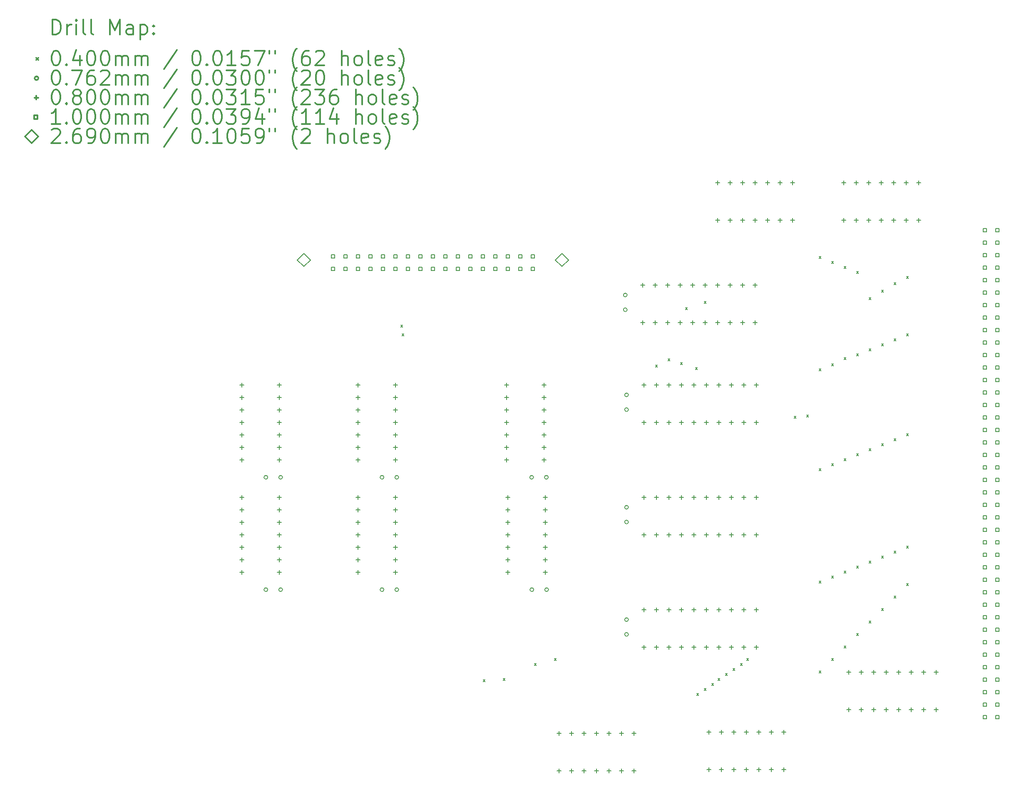
<source format=gbr>
%FSLAX45Y45*%
G04 Gerber Fmt 4.5, Leading zero omitted, Abs format (unit mm)*
G04 Created by KiCad (PCBNEW (5.1.10)-1) date 2021-07-25 01:32:00*
%MOMM*%
%LPD*%
G01*
G04 APERTURE LIST*
%ADD10C,0.200000*%
%ADD11C,0.300000*%
G04 APERTURE END LIST*
D10*
X7371400Y-6380800D02*
X7411400Y-6420800D01*
X7411400Y-6380800D02*
X7371400Y-6420800D01*
X7396800Y-6558600D02*
X7436800Y-6598600D01*
X7436800Y-6558600D02*
X7396800Y-6598600D01*
X9047800Y-13594400D02*
X9087800Y-13634400D01*
X9087800Y-13594400D02*
X9047800Y-13634400D01*
X9454200Y-13569000D02*
X9494200Y-13609000D01*
X9494200Y-13569000D02*
X9454200Y-13609000D01*
X10089200Y-13264200D02*
X10129200Y-13304200D01*
X10129200Y-13264200D02*
X10089200Y-13304200D01*
X10495600Y-13162600D02*
X10535600Y-13202600D01*
X10535600Y-13162600D02*
X10495600Y-13202600D01*
X12553000Y-7193600D02*
X12593000Y-7233600D01*
X12593000Y-7193600D02*
X12553000Y-7233600D01*
X12807000Y-7066600D02*
X12847000Y-7106600D01*
X12847000Y-7066600D02*
X12807000Y-7106600D01*
X13061000Y-7142800D02*
X13101000Y-7182800D01*
X13101000Y-7142800D02*
X13061000Y-7182800D01*
X13162600Y-6025200D02*
X13202600Y-6065200D01*
X13202600Y-6025200D02*
X13162600Y-6065200D01*
X13365800Y-7244400D02*
X13405800Y-7284400D01*
X13405800Y-7244400D02*
X13365800Y-7284400D01*
X13391200Y-13873800D02*
X13431200Y-13913800D01*
X13431200Y-13873800D02*
X13391200Y-13913800D01*
X13543600Y-5898200D02*
X13583600Y-5938200D01*
X13583600Y-5898200D02*
X13543600Y-5938200D01*
X13543600Y-13772200D02*
X13583600Y-13812200D01*
X13583600Y-13772200D02*
X13543600Y-13812200D01*
X13696000Y-13670600D02*
X13736000Y-13710600D01*
X13736000Y-13670600D02*
X13696000Y-13710600D01*
X13823000Y-13569000D02*
X13863000Y-13609000D01*
X13863000Y-13569000D02*
X13823000Y-13609000D01*
X13975400Y-13467400D02*
X14015400Y-13507400D01*
X14015400Y-13467400D02*
X13975400Y-13507400D01*
X14127800Y-13365800D02*
X14167800Y-13405800D01*
X14167800Y-13365800D02*
X14127800Y-13405800D01*
X14280200Y-13264200D02*
X14320200Y-13304200D01*
X14320200Y-13264200D02*
X14280200Y-13304200D01*
X14407200Y-13162600D02*
X14447200Y-13202600D01*
X14447200Y-13162600D02*
X14407200Y-13202600D01*
X15372400Y-8235000D02*
X15412400Y-8275000D01*
X15412400Y-8235000D02*
X15372400Y-8275000D01*
X15626400Y-8209600D02*
X15666400Y-8249600D01*
X15666400Y-8209600D02*
X15626400Y-8249600D01*
X15880400Y-4983800D02*
X15920400Y-5023800D01*
X15920400Y-4983800D02*
X15880400Y-5023800D01*
X15880400Y-7269800D02*
X15920400Y-7309800D01*
X15920400Y-7269800D02*
X15880400Y-7309800D01*
X15880400Y-9301800D02*
X15920400Y-9341800D01*
X15920400Y-9301800D02*
X15880400Y-9341800D01*
X15880400Y-11587800D02*
X15920400Y-11627800D01*
X15920400Y-11587800D02*
X15880400Y-11627800D01*
X15880400Y-13416600D02*
X15920400Y-13456600D01*
X15920400Y-13416600D02*
X15880400Y-13456600D01*
X16134400Y-5085400D02*
X16174400Y-5125400D01*
X16174400Y-5085400D02*
X16134400Y-5125400D01*
X16134400Y-7168200D02*
X16174400Y-7208200D01*
X16174400Y-7168200D02*
X16134400Y-7208200D01*
X16134400Y-9200200D02*
X16174400Y-9240200D01*
X16174400Y-9200200D02*
X16134400Y-9240200D01*
X16134400Y-11486200D02*
X16174400Y-11526200D01*
X16174400Y-11486200D02*
X16134400Y-11526200D01*
X16134400Y-13162600D02*
X16174400Y-13202600D01*
X16174400Y-13162600D02*
X16134400Y-13202600D01*
X16388400Y-5187000D02*
X16428400Y-5227000D01*
X16428400Y-5187000D02*
X16388400Y-5227000D01*
X16388400Y-7041200D02*
X16428400Y-7081200D01*
X16428400Y-7041200D02*
X16388400Y-7081200D01*
X16388400Y-9098600D02*
X16428400Y-9138600D01*
X16428400Y-9098600D02*
X16388400Y-9138600D01*
X16388400Y-11384600D02*
X16428400Y-11424600D01*
X16428400Y-11384600D02*
X16388400Y-11424600D01*
X16388400Y-12908600D02*
X16428400Y-12948600D01*
X16428400Y-12908600D02*
X16388400Y-12948600D01*
X16642400Y-5288600D02*
X16682400Y-5328600D01*
X16682400Y-5288600D02*
X16642400Y-5328600D01*
X16642400Y-6965000D02*
X16682400Y-7005000D01*
X16682400Y-6965000D02*
X16642400Y-7005000D01*
X16642400Y-8997000D02*
X16682400Y-9037000D01*
X16682400Y-8997000D02*
X16642400Y-9037000D01*
X16642400Y-11283000D02*
X16682400Y-11323000D01*
X16682400Y-11283000D02*
X16642400Y-11323000D01*
X16642400Y-12654600D02*
X16682400Y-12694600D01*
X16682400Y-12654600D02*
X16642400Y-12694600D01*
X16896400Y-5822000D02*
X16936400Y-5862000D01*
X16936400Y-5822000D02*
X16896400Y-5862000D01*
X16896400Y-6863400D02*
X16936400Y-6903400D01*
X16936400Y-6863400D02*
X16896400Y-6903400D01*
X16896400Y-8895400D02*
X16936400Y-8935400D01*
X16936400Y-8895400D02*
X16896400Y-8935400D01*
X16896400Y-11181400D02*
X16936400Y-11221400D01*
X16936400Y-11181400D02*
X16896400Y-11221400D01*
X16896400Y-12400600D02*
X16936400Y-12440600D01*
X16936400Y-12400600D02*
X16896400Y-12440600D01*
X17150400Y-5669600D02*
X17190400Y-5709600D01*
X17190400Y-5669600D02*
X17150400Y-5709600D01*
X17150400Y-6761800D02*
X17190400Y-6801800D01*
X17190400Y-6761800D02*
X17150400Y-6801800D01*
X17150400Y-8793800D02*
X17190400Y-8833800D01*
X17190400Y-8793800D02*
X17150400Y-8833800D01*
X17150400Y-11079800D02*
X17190400Y-11119800D01*
X17190400Y-11079800D02*
X17150400Y-11119800D01*
X17150400Y-12146600D02*
X17190400Y-12186600D01*
X17190400Y-12146600D02*
X17150400Y-12186600D01*
X17404400Y-5517200D02*
X17444400Y-5557200D01*
X17444400Y-5517200D02*
X17404400Y-5557200D01*
X17404400Y-6660200D02*
X17444400Y-6700200D01*
X17444400Y-6660200D02*
X17404400Y-6700200D01*
X17404400Y-8692200D02*
X17444400Y-8732200D01*
X17444400Y-8692200D02*
X17404400Y-8732200D01*
X17404400Y-10978200D02*
X17444400Y-11018200D01*
X17444400Y-10978200D02*
X17404400Y-11018200D01*
X17404400Y-11892600D02*
X17444400Y-11932600D01*
X17444400Y-11892600D02*
X17404400Y-11932600D01*
X17658400Y-5390200D02*
X17698400Y-5430200D01*
X17698400Y-5390200D02*
X17658400Y-5430200D01*
X17658400Y-6558600D02*
X17698400Y-6598600D01*
X17698400Y-6558600D02*
X17658400Y-6598600D01*
X17658400Y-8590600D02*
X17698400Y-8630600D01*
X17698400Y-8590600D02*
X17658400Y-8630600D01*
X17658400Y-10876600D02*
X17698400Y-10916600D01*
X17698400Y-10876600D02*
X17658400Y-10916600D01*
X17658400Y-11638600D02*
X17698400Y-11678600D01*
X17698400Y-11638600D02*
X17658400Y-11678600D01*
X4665700Y-9474200D02*
G75*
G03*
X4665700Y-9474200I-38100J0D01*
G01*
X4665700Y-11760200D02*
G75*
G03*
X4665700Y-11760200I-38100J0D01*
G01*
X4965700Y-9474200D02*
G75*
G03*
X4965700Y-9474200I-38100J0D01*
G01*
X4965700Y-11760200D02*
G75*
G03*
X4965700Y-11760200I-38100J0D01*
G01*
X7027900Y-9474200D02*
G75*
G03*
X7027900Y-9474200I-38100J0D01*
G01*
X7027900Y-11760200D02*
G75*
G03*
X7027900Y-11760200I-38100J0D01*
G01*
X7327900Y-9474200D02*
G75*
G03*
X7327900Y-9474200I-38100J0D01*
G01*
X7327900Y-11760200D02*
G75*
G03*
X7327900Y-11760200I-38100J0D01*
G01*
X10071100Y-9474200D02*
G75*
G03*
X10071100Y-9474200I-38100J0D01*
G01*
X10075900Y-11760200D02*
G75*
G03*
X10075900Y-11760200I-38100J0D01*
G01*
X10371100Y-9474200D02*
G75*
G03*
X10371100Y-9474200I-38100J0D01*
G01*
X10375900Y-11760200D02*
G75*
G03*
X10375900Y-11760200I-38100J0D01*
G01*
X11976100Y-5765800D02*
G75*
G03*
X11976100Y-5765800I-38100J0D01*
G01*
X11976100Y-6065800D02*
G75*
G03*
X11976100Y-6065800I-38100J0D01*
G01*
X12001500Y-7797800D02*
G75*
G03*
X12001500Y-7797800I-38100J0D01*
G01*
X12001500Y-8097800D02*
G75*
G03*
X12001500Y-8097800I-38100J0D01*
G01*
X12001500Y-10083800D02*
G75*
G03*
X12001500Y-10083800I-38100J0D01*
G01*
X12001500Y-10383800D02*
G75*
G03*
X12001500Y-10383800I-38100J0D01*
G01*
X12001500Y-12369800D02*
G75*
G03*
X12001500Y-12369800I-38100J0D01*
G01*
X12001500Y-12669800D02*
G75*
G03*
X12001500Y-12669800I-38100J0D01*
G01*
X4140200Y-7554600D02*
X4140200Y-7634600D01*
X4100200Y-7594600D02*
X4180200Y-7594600D01*
X4140200Y-7808600D02*
X4140200Y-7888600D01*
X4100200Y-7848600D02*
X4180200Y-7848600D01*
X4140200Y-8062600D02*
X4140200Y-8142600D01*
X4100200Y-8102600D02*
X4180200Y-8102600D01*
X4140200Y-8316600D02*
X4140200Y-8396600D01*
X4100200Y-8356600D02*
X4180200Y-8356600D01*
X4140200Y-8570600D02*
X4140200Y-8650600D01*
X4100200Y-8610600D02*
X4180200Y-8610600D01*
X4140200Y-8824600D02*
X4140200Y-8904600D01*
X4100200Y-8864600D02*
X4180200Y-8864600D01*
X4140200Y-9078600D02*
X4140200Y-9158600D01*
X4100200Y-9118600D02*
X4180200Y-9118600D01*
X4140200Y-9840600D02*
X4140200Y-9920600D01*
X4100200Y-9880600D02*
X4180200Y-9880600D01*
X4140200Y-10094600D02*
X4140200Y-10174600D01*
X4100200Y-10134600D02*
X4180200Y-10134600D01*
X4140200Y-10348600D02*
X4140200Y-10428600D01*
X4100200Y-10388600D02*
X4180200Y-10388600D01*
X4140200Y-10602600D02*
X4140200Y-10682600D01*
X4100200Y-10642600D02*
X4180200Y-10642600D01*
X4140200Y-10856600D02*
X4140200Y-10936600D01*
X4100200Y-10896600D02*
X4180200Y-10896600D01*
X4140200Y-11110600D02*
X4140200Y-11190600D01*
X4100200Y-11150600D02*
X4180200Y-11150600D01*
X4140200Y-11364600D02*
X4140200Y-11444600D01*
X4100200Y-11404600D02*
X4180200Y-11404600D01*
X4902200Y-7554600D02*
X4902200Y-7634600D01*
X4862200Y-7594600D02*
X4942200Y-7594600D01*
X4902200Y-7808600D02*
X4902200Y-7888600D01*
X4862200Y-7848600D02*
X4942200Y-7848600D01*
X4902200Y-8062600D02*
X4902200Y-8142600D01*
X4862200Y-8102600D02*
X4942200Y-8102600D01*
X4902200Y-8316600D02*
X4902200Y-8396600D01*
X4862200Y-8356600D02*
X4942200Y-8356600D01*
X4902200Y-8570600D02*
X4902200Y-8650600D01*
X4862200Y-8610600D02*
X4942200Y-8610600D01*
X4902200Y-8824600D02*
X4902200Y-8904600D01*
X4862200Y-8864600D02*
X4942200Y-8864600D01*
X4902200Y-9078600D02*
X4902200Y-9158600D01*
X4862200Y-9118600D02*
X4942200Y-9118600D01*
X4902200Y-9840600D02*
X4902200Y-9920600D01*
X4862200Y-9880600D02*
X4942200Y-9880600D01*
X4902200Y-10094600D02*
X4902200Y-10174600D01*
X4862200Y-10134600D02*
X4942200Y-10134600D01*
X4902200Y-10348600D02*
X4902200Y-10428600D01*
X4862200Y-10388600D02*
X4942200Y-10388600D01*
X4902200Y-10602600D02*
X4902200Y-10682600D01*
X4862200Y-10642600D02*
X4942200Y-10642600D01*
X4902200Y-10856600D02*
X4902200Y-10936600D01*
X4862200Y-10896600D02*
X4942200Y-10896600D01*
X4902200Y-11110600D02*
X4902200Y-11190600D01*
X4862200Y-11150600D02*
X4942200Y-11150600D01*
X4902200Y-11364600D02*
X4902200Y-11444600D01*
X4862200Y-11404600D02*
X4942200Y-11404600D01*
X6502400Y-7554600D02*
X6502400Y-7634600D01*
X6462400Y-7594600D02*
X6542400Y-7594600D01*
X6502400Y-7808600D02*
X6502400Y-7888600D01*
X6462400Y-7848600D02*
X6542400Y-7848600D01*
X6502400Y-8062600D02*
X6502400Y-8142600D01*
X6462400Y-8102600D02*
X6542400Y-8102600D01*
X6502400Y-8316600D02*
X6502400Y-8396600D01*
X6462400Y-8356600D02*
X6542400Y-8356600D01*
X6502400Y-8570600D02*
X6502400Y-8650600D01*
X6462400Y-8610600D02*
X6542400Y-8610600D01*
X6502400Y-8824600D02*
X6502400Y-8904600D01*
X6462400Y-8864600D02*
X6542400Y-8864600D01*
X6502400Y-9078600D02*
X6502400Y-9158600D01*
X6462400Y-9118600D02*
X6542400Y-9118600D01*
X6502400Y-9840600D02*
X6502400Y-9920600D01*
X6462400Y-9880600D02*
X6542400Y-9880600D01*
X6502400Y-10094600D02*
X6502400Y-10174600D01*
X6462400Y-10134600D02*
X6542400Y-10134600D01*
X6502400Y-10348600D02*
X6502400Y-10428600D01*
X6462400Y-10388600D02*
X6542400Y-10388600D01*
X6502400Y-10602600D02*
X6502400Y-10682600D01*
X6462400Y-10642600D02*
X6542400Y-10642600D01*
X6502400Y-10856600D02*
X6502400Y-10936600D01*
X6462400Y-10896600D02*
X6542400Y-10896600D01*
X6502400Y-11110600D02*
X6502400Y-11190600D01*
X6462400Y-11150600D02*
X6542400Y-11150600D01*
X6502400Y-11364600D02*
X6502400Y-11444600D01*
X6462400Y-11404600D02*
X6542400Y-11404600D01*
X7264400Y-7554600D02*
X7264400Y-7634600D01*
X7224400Y-7594600D02*
X7304400Y-7594600D01*
X7264400Y-7808600D02*
X7264400Y-7888600D01*
X7224400Y-7848600D02*
X7304400Y-7848600D01*
X7264400Y-8062600D02*
X7264400Y-8142600D01*
X7224400Y-8102600D02*
X7304400Y-8102600D01*
X7264400Y-8316600D02*
X7264400Y-8396600D01*
X7224400Y-8356600D02*
X7304400Y-8356600D01*
X7264400Y-8570600D02*
X7264400Y-8650600D01*
X7224400Y-8610600D02*
X7304400Y-8610600D01*
X7264400Y-8824600D02*
X7264400Y-8904600D01*
X7224400Y-8864600D02*
X7304400Y-8864600D01*
X7264400Y-9078600D02*
X7264400Y-9158600D01*
X7224400Y-9118600D02*
X7304400Y-9118600D01*
X7264400Y-9840600D02*
X7264400Y-9920600D01*
X7224400Y-9880600D02*
X7304400Y-9880600D01*
X7264400Y-10094600D02*
X7264400Y-10174600D01*
X7224400Y-10134600D02*
X7304400Y-10134600D01*
X7264400Y-10348600D02*
X7264400Y-10428600D01*
X7224400Y-10388600D02*
X7304400Y-10388600D01*
X7264400Y-10602600D02*
X7264400Y-10682600D01*
X7224400Y-10642600D02*
X7304400Y-10642600D01*
X7264400Y-10856600D02*
X7264400Y-10936600D01*
X7224400Y-10896600D02*
X7304400Y-10896600D01*
X7264400Y-11110600D02*
X7264400Y-11190600D01*
X7224400Y-11150600D02*
X7304400Y-11150600D01*
X7264400Y-11364600D02*
X7264400Y-11444600D01*
X7224400Y-11404600D02*
X7304400Y-11404600D01*
X9525000Y-7554600D02*
X9525000Y-7634600D01*
X9485000Y-7594600D02*
X9565000Y-7594600D01*
X9525000Y-7808600D02*
X9525000Y-7888600D01*
X9485000Y-7848600D02*
X9565000Y-7848600D01*
X9525000Y-8062600D02*
X9525000Y-8142600D01*
X9485000Y-8102600D02*
X9565000Y-8102600D01*
X9525000Y-8316600D02*
X9525000Y-8396600D01*
X9485000Y-8356600D02*
X9565000Y-8356600D01*
X9525000Y-8570600D02*
X9525000Y-8650600D01*
X9485000Y-8610600D02*
X9565000Y-8610600D01*
X9525000Y-8824600D02*
X9525000Y-8904600D01*
X9485000Y-8864600D02*
X9565000Y-8864600D01*
X9525000Y-9078600D02*
X9525000Y-9158600D01*
X9485000Y-9118600D02*
X9565000Y-9118600D01*
X9550400Y-9840600D02*
X9550400Y-9920600D01*
X9510400Y-9880600D02*
X9590400Y-9880600D01*
X9550400Y-10094600D02*
X9550400Y-10174600D01*
X9510400Y-10134600D02*
X9590400Y-10134600D01*
X9550400Y-10348600D02*
X9550400Y-10428600D01*
X9510400Y-10388600D02*
X9590400Y-10388600D01*
X9550400Y-10602600D02*
X9550400Y-10682600D01*
X9510400Y-10642600D02*
X9590400Y-10642600D01*
X9550400Y-10856600D02*
X9550400Y-10936600D01*
X9510400Y-10896600D02*
X9590400Y-10896600D01*
X9550400Y-11110600D02*
X9550400Y-11190600D01*
X9510400Y-11150600D02*
X9590400Y-11150600D01*
X9550400Y-11364600D02*
X9550400Y-11444600D01*
X9510400Y-11404600D02*
X9590400Y-11404600D01*
X10287000Y-7554600D02*
X10287000Y-7634600D01*
X10247000Y-7594600D02*
X10327000Y-7594600D01*
X10287000Y-7808600D02*
X10287000Y-7888600D01*
X10247000Y-7848600D02*
X10327000Y-7848600D01*
X10287000Y-8062600D02*
X10287000Y-8142600D01*
X10247000Y-8102600D02*
X10327000Y-8102600D01*
X10287000Y-8316600D02*
X10287000Y-8396600D01*
X10247000Y-8356600D02*
X10327000Y-8356600D01*
X10287000Y-8570600D02*
X10287000Y-8650600D01*
X10247000Y-8610600D02*
X10327000Y-8610600D01*
X10287000Y-8824600D02*
X10287000Y-8904600D01*
X10247000Y-8864600D02*
X10327000Y-8864600D01*
X10287000Y-9078600D02*
X10287000Y-9158600D01*
X10247000Y-9118600D02*
X10327000Y-9118600D01*
X10312400Y-9840600D02*
X10312400Y-9920600D01*
X10272400Y-9880600D02*
X10352400Y-9880600D01*
X10312400Y-10094600D02*
X10312400Y-10174600D01*
X10272400Y-10134600D02*
X10352400Y-10134600D01*
X10312400Y-10348600D02*
X10312400Y-10428600D01*
X10272400Y-10388600D02*
X10352400Y-10388600D01*
X10312400Y-10602600D02*
X10312400Y-10682600D01*
X10272400Y-10642600D02*
X10352400Y-10642600D01*
X10312400Y-10856600D02*
X10312400Y-10936600D01*
X10272400Y-10896600D02*
X10352400Y-10896600D01*
X10312400Y-11110600D02*
X10312400Y-11190600D01*
X10272400Y-11150600D02*
X10352400Y-11150600D01*
X10312400Y-11364600D02*
X10312400Y-11444600D01*
X10272400Y-11404600D02*
X10352400Y-11404600D01*
X10591800Y-14641200D02*
X10591800Y-14721200D01*
X10551800Y-14681200D02*
X10631800Y-14681200D01*
X10591800Y-15403200D02*
X10591800Y-15483200D01*
X10551800Y-15443200D02*
X10631800Y-15443200D01*
X10845800Y-14641200D02*
X10845800Y-14721200D01*
X10805800Y-14681200D02*
X10885800Y-14681200D01*
X10845800Y-15403200D02*
X10845800Y-15483200D01*
X10805800Y-15443200D02*
X10885800Y-15443200D01*
X11099800Y-14641200D02*
X11099800Y-14721200D01*
X11059800Y-14681200D02*
X11139800Y-14681200D01*
X11099800Y-15403200D02*
X11099800Y-15483200D01*
X11059800Y-15443200D02*
X11139800Y-15443200D01*
X11353800Y-14641200D02*
X11353800Y-14721200D01*
X11313800Y-14681200D02*
X11393800Y-14681200D01*
X11353800Y-15403200D02*
X11353800Y-15483200D01*
X11313800Y-15443200D02*
X11393800Y-15443200D01*
X11607800Y-14641200D02*
X11607800Y-14721200D01*
X11567800Y-14681200D02*
X11647800Y-14681200D01*
X11607800Y-15403200D02*
X11607800Y-15483200D01*
X11567800Y-15443200D02*
X11647800Y-15443200D01*
X11861800Y-14641200D02*
X11861800Y-14721200D01*
X11821800Y-14681200D02*
X11901800Y-14681200D01*
X11861800Y-15403200D02*
X11861800Y-15483200D01*
X11821800Y-15443200D02*
X11901800Y-15443200D01*
X12115800Y-14641200D02*
X12115800Y-14721200D01*
X12075800Y-14681200D02*
X12155800Y-14681200D01*
X12115800Y-15403200D02*
X12115800Y-15483200D01*
X12075800Y-15443200D02*
X12155800Y-15443200D01*
X12293600Y-5522600D02*
X12293600Y-5602600D01*
X12253600Y-5562600D02*
X12333600Y-5562600D01*
X12293600Y-6284600D02*
X12293600Y-6364600D01*
X12253600Y-6324600D02*
X12333600Y-6324600D01*
X12319000Y-7554600D02*
X12319000Y-7634600D01*
X12279000Y-7594600D02*
X12359000Y-7594600D01*
X12319000Y-8316600D02*
X12319000Y-8396600D01*
X12279000Y-8356600D02*
X12359000Y-8356600D01*
X12319000Y-9840600D02*
X12319000Y-9920600D01*
X12279000Y-9880600D02*
X12359000Y-9880600D01*
X12319000Y-10602600D02*
X12319000Y-10682600D01*
X12279000Y-10642600D02*
X12359000Y-10642600D01*
X12319000Y-12126600D02*
X12319000Y-12206600D01*
X12279000Y-12166600D02*
X12359000Y-12166600D01*
X12319000Y-12888600D02*
X12319000Y-12968600D01*
X12279000Y-12928600D02*
X12359000Y-12928600D01*
X12547600Y-5522600D02*
X12547600Y-5602600D01*
X12507600Y-5562600D02*
X12587600Y-5562600D01*
X12547600Y-6284600D02*
X12547600Y-6364600D01*
X12507600Y-6324600D02*
X12587600Y-6324600D01*
X12573000Y-7554600D02*
X12573000Y-7634600D01*
X12533000Y-7594600D02*
X12613000Y-7594600D01*
X12573000Y-8316600D02*
X12573000Y-8396600D01*
X12533000Y-8356600D02*
X12613000Y-8356600D01*
X12573000Y-9840600D02*
X12573000Y-9920600D01*
X12533000Y-9880600D02*
X12613000Y-9880600D01*
X12573000Y-10602600D02*
X12573000Y-10682600D01*
X12533000Y-10642600D02*
X12613000Y-10642600D01*
X12573000Y-12126600D02*
X12573000Y-12206600D01*
X12533000Y-12166600D02*
X12613000Y-12166600D01*
X12573000Y-12888600D02*
X12573000Y-12968600D01*
X12533000Y-12928600D02*
X12613000Y-12928600D01*
X12801600Y-5522600D02*
X12801600Y-5602600D01*
X12761600Y-5562600D02*
X12841600Y-5562600D01*
X12801600Y-6284600D02*
X12801600Y-6364600D01*
X12761600Y-6324600D02*
X12841600Y-6324600D01*
X12827000Y-7554600D02*
X12827000Y-7634600D01*
X12787000Y-7594600D02*
X12867000Y-7594600D01*
X12827000Y-8316600D02*
X12827000Y-8396600D01*
X12787000Y-8356600D02*
X12867000Y-8356600D01*
X12827000Y-9840600D02*
X12827000Y-9920600D01*
X12787000Y-9880600D02*
X12867000Y-9880600D01*
X12827000Y-10602600D02*
X12827000Y-10682600D01*
X12787000Y-10642600D02*
X12867000Y-10642600D01*
X12827000Y-12126600D02*
X12827000Y-12206600D01*
X12787000Y-12166600D02*
X12867000Y-12166600D01*
X12827000Y-12888600D02*
X12827000Y-12968600D01*
X12787000Y-12928600D02*
X12867000Y-12928600D01*
X13055600Y-5522600D02*
X13055600Y-5602600D01*
X13015600Y-5562600D02*
X13095600Y-5562600D01*
X13055600Y-6284600D02*
X13055600Y-6364600D01*
X13015600Y-6324600D02*
X13095600Y-6324600D01*
X13081000Y-7554600D02*
X13081000Y-7634600D01*
X13041000Y-7594600D02*
X13121000Y-7594600D01*
X13081000Y-8316600D02*
X13081000Y-8396600D01*
X13041000Y-8356600D02*
X13121000Y-8356600D01*
X13081000Y-9840600D02*
X13081000Y-9920600D01*
X13041000Y-9880600D02*
X13121000Y-9880600D01*
X13081000Y-10602600D02*
X13081000Y-10682600D01*
X13041000Y-10642600D02*
X13121000Y-10642600D01*
X13081000Y-12126600D02*
X13081000Y-12206600D01*
X13041000Y-12166600D02*
X13121000Y-12166600D01*
X13081000Y-12888600D02*
X13081000Y-12968600D01*
X13041000Y-12928600D02*
X13121000Y-12928600D01*
X13309600Y-5522600D02*
X13309600Y-5602600D01*
X13269600Y-5562600D02*
X13349600Y-5562600D01*
X13309600Y-6284600D02*
X13309600Y-6364600D01*
X13269600Y-6324600D02*
X13349600Y-6324600D01*
X13335000Y-7554600D02*
X13335000Y-7634600D01*
X13295000Y-7594600D02*
X13375000Y-7594600D01*
X13335000Y-8316600D02*
X13335000Y-8396600D01*
X13295000Y-8356600D02*
X13375000Y-8356600D01*
X13335000Y-9840600D02*
X13335000Y-9920600D01*
X13295000Y-9880600D02*
X13375000Y-9880600D01*
X13335000Y-10602600D02*
X13335000Y-10682600D01*
X13295000Y-10642600D02*
X13375000Y-10642600D01*
X13335000Y-12126600D02*
X13335000Y-12206600D01*
X13295000Y-12166600D02*
X13375000Y-12166600D01*
X13335000Y-12888600D02*
X13335000Y-12968600D01*
X13295000Y-12928600D02*
X13375000Y-12928600D01*
X13563600Y-5522600D02*
X13563600Y-5602600D01*
X13523600Y-5562600D02*
X13603600Y-5562600D01*
X13563600Y-6284600D02*
X13563600Y-6364600D01*
X13523600Y-6324600D02*
X13603600Y-6324600D01*
X13589000Y-7554600D02*
X13589000Y-7634600D01*
X13549000Y-7594600D02*
X13629000Y-7594600D01*
X13589000Y-8316600D02*
X13589000Y-8396600D01*
X13549000Y-8356600D02*
X13629000Y-8356600D01*
X13589000Y-9840600D02*
X13589000Y-9920600D01*
X13549000Y-9880600D02*
X13629000Y-9880600D01*
X13589000Y-10602600D02*
X13589000Y-10682600D01*
X13549000Y-10642600D02*
X13629000Y-10642600D01*
X13589000Y-12126600D02*
X13589000Y-12206600D01*
X13549000Y-12166600D02*
X13629000Y-12166600D01*
X13589000Y-12888600D02*
X13589000Y-12968600D01*
X13549000Y-12928600D02*
X13629000Y-12928600D01*
X13639800Y-14615800D02*
X13639800Y-14695800D01*
X13599800Y-14655800D02*
X13679800Y-14655800D01*
X13639800Y-15377800D02*
X13639800Y-15457800D01*
X13599800Y-15417800D02*
X13679800Y-15417800D01*
X13817600Y-3439800D02*
X13817600Y-3519800D01*
X13777600Y-3479800D02*
X13857600Y-3479800D01*
X13817600Y-4201800D02*
X13817600Y-4281800D01*
X13777600Y-4241800D02*
X13857600Y-4241800D01*
X13817600Y-5522600D02*
X13817600Y-5602600D01*
X13777600Y-5562600D02*
X13857600Y-5562600D01*
X13817600Y-6284600D02*
X13817600Y-6364600D01*
X13777600Y-6324600D02*
X13857600Y-6324600D01*
X13843000Y-7554600D02*
X13843000Y-7634600D01*
X13803000Y-7594600D02*
X13883000Y-7594600D01*
X13843000Y-8316600D02*
X13843000Y-8396600D01*
X13803000Y-8356600D02*
X13883000Y-8356600D01*
X13843000Y-9840600D02*
X13843000Y-9920600D01*
X13803000Y-9880600D02*
X13883000Y-9880600D01*
X13843000Y-10602600D02*
X13843000Y-10682600D01*
X13803000Y-10642600D02*
X13883000Y-10642600D01*
X13843000Y-12126600D02*
X13843000Y-12206600D01*
X13803000Y-12166600D02*
X13883000Y-12166600D01*
X13843000Y-12888600D02*
X13843000Y-12968600D01*
X13803000Y-12928600D02*
X13883000Y-12928600D01*
X13893800Y-14615800D02*
X13893800Y-14695800D01*
X13853800Y-14655800D02*
X13933800Y-14655800D01*
X13893800Y-15377800D02*
X13893800Y-15457800D01*
X13853800Y-15417800D02*
X13933800Y-15417800D01*
X14071600Y-3439800D02*
X14071600Y-3519800D01*
X14031600Y-3479800D02*
X14111600Y-3479800D01*
X14071600Y-4201800D02*
X14071600Y-4281800D01*
X14031600Y-4241800D02*
X14111600Y-4241800D01*
X14071600Y-5522600D02*
X14071600Y-5602600D01*
X14031600Y-5562600D02*
X14111600Y-5562600D01*
X14071600Y-6284600D02*
X14071600Y-6364600D01*
X14031600Y-6324600D02*
X14111600Y-6324600D01*
X14097000Y-7554600D02*
X14097000Y-7634600D01*
X14057000Y-7594600D02*
X14137000Y-7594600D01*
X14097000Y-8316600D02*
X14097000Y-8396600D01*
X14057000Y-8356600D02*
X14137000Y-8356600D01*
X14097000Y-9840600D02*
X14097000Y-9920600D01*
X14057000Y-9880600D02*
X14137000Y-9880600D01*
X14097000Y-10602600D02*
X14097000Y-10682600D01*
X14057000Y-10642600D02*
X14137000Y-10642600D01*
X14097000Y-12126600D02*
X14097000Y-12206600D01*
X14057000Y-12166600D02*
X14137000Y-12166600D01*
X14097000Y-12888600D02*
X14097000Y-12968600D01*
X14057000Y-12928600D02*
X14137000Y-12928600D01*
X14147800Y-14615800D02*
X14147800Y-14695800D01*
X14107800Y-14655800D02*
X14187800Y-14655800D01*
X14147800Y-15377800D02*
X14147800Y-15457800D01*
X14107800Y-15417800D02*
X14187800Y-15417800D01*
X14325600Y-3439800D02*
X14325600Y-3519800D01*
X14285600Y-3479800D02*
X14365600Y-3479800D01*
X14325600Y-4201800D02*
X14325600Y-4281800D01*
X14285600Y-4241800D02*
X14365600Y-4241800D01*
X14325600Y-5522600D02*
X14325600Y-5602600D01*
X14285600Y-5562600D02*
X14365600Y-5562600D01*
X14325600Y-6284600D02*
X14325600Y-6364600D01*
X14285600Y-6324600D02*
X14365600Y-6324600D01*
X14351000Y-7554600D02*
X14351000Y-7634600D01*
X14311000Y-7594600D02*
X14391000Y-7594600D01*
X14351000Y-8316600D02*
X14351000Y-8396600D01*
X14311000Y-8356600D02*
X14391000Y-8356600D01*
X14351000Y-9840600D02*
X14351000Y-9920600D01*
X14311000Y-9880600D02*
X14391000Y-9880600D01*
X14351000Y-10602600D02*
X14351000Y-10682600D01*
X14311000Y-10642600D02*
X14391000Y-10642600D01*
X14351000Y-12126600D02*
X14351000Y-12206600D01*
X14311000Y-12166600D02*
X14391000Y-12166600D01*
X14351000Y-12888600D02*
X14351000Y-12968600D01*
X14311000Y-12928600D02*
X14391000Y-12928600D01*
X14401800Y-14615800D02*
X14401800Y-14695800D01*
X14361800Y-14655800D02*
X14441800Y-14655800D01*
X14401800Y-15377800D02*
X14401800Y-15457800D01*
X14361800Y-15417800D02*
X14441800Y-15417800D01*
X14579600Y-3439800D02*
X14579600Y-3519800D01*
X14539600Y-3479800D02*
X14619600Y-3479800D01*
X14579600Y-4201800D02*
X14579600Y-4281800D01*
X14539600Y-4241800D02*
X14619600Y-4241800D01*
X14579600Y-5522600D02*
X14579600Y-5602600D01*
X14539600Y-5562600D02*
X14619600Y-5562600D01*
X14579600Y-6284600D02*
X14579600Y-6364600D01*
X14539600Y-6324600D02*
X14619600Y-6324600D01*
X14605000Y-7554600D02*
X14605000Y-7634600D01*
X14565000Y-7594600D02*
X14645000Y-7594600D01*
X14605000Y-8316600D02*
X14605000Y-8396600D01*
X14565000Y-8356600D02*
X14645000Y-8356600D01*
X14605000Y-9840600D02*
X14605000Y-9920600D01*
X14565000Y-9880600D02*
X14645000Y-9880600D01*
X14605000Y-10602600D02*
X14605000Y-10682600D01*
X14565000Y-10642600D02*
X14645000Y-10642600D01*
X14605000Y-12126600D02*
X14605000Y-12206600D01*
X14565000Y-12166600D02*
X14645000Y-12166600D01*
X14605000Y-12888600D02*
X14605000Y-12968600D01*
X14565000Y-12928600D02*
X14645000Y-12928600D01*
X14655800Y-14615800D02*
X14655800Y-14695800D01*
X14615800Y-14655800D02*
X14695800Y-14655800D01*
X14655800Y-15377800D02*
X14655800Y-15457800D01*
X14615800Y-15417800D02*
X14695800Y-15417800D01*
X14833600Y-3439800D02*
X14833600Y-3519800D01*
X14793600Y-3479800D02*
X14873600Y-3479800D01*
X14833600Y-4201800D02*
X14833600Y-4281800D01*
X14793600Y-4241800D02*
X14873600Y-4241800D01*
X14909800Y-14615800D02*
X14909800Y-14695800D01*
X14869800Y-14655800D02*
X14949800Y-14655800D01*
X14909800Y-15377800D02*
X14909800Y-15457800D01*
X14869800Y-15417800D02*
X14949800Y-15417800D01*
X15087600Y-3439800D02*
X15087600Y-3519800D01*
X15047600Y-3479800D02*
X15127600Y-3479800D01*
X15087600Y-4201800D02*
X15087600Y-4281800D01*
X15047600Y-4241800D02*
X15127600Y-4241800D01*
X15163800Y-14615800D02*
X15163800Y-14695800D01*
X15123800Y-14655800D02*
X15203800Y-14655800D01*
X15163800Y-15377800D02*
X15163800Y-15457800D01*
X15123800Y-15417800D02*
X15203800Y-15417800D01*
X15341600Y-3439800D02*
X15341600Y-3519800D01*
X15301600Y-3479800D02*
X15381600Y-3479800D01*
X15341600Y-4201800D02*
X15341600Y-4281800D01*
X15301600Y-4241800D02*
X15381600Y-4241800D01*
X16383000Y-3439800D02*
X16383000Y-3519800D01*
X16343000Y-3479800D02*
X16423000Y-3479800D01*
X16383000Y-4201800D02*
X16383000Y-4281800D01*
X16343000Y-4241800D02*
X16423000Y-4241800D01*
X16484600Y-13396600D02*
X16484600Y-13476600D01*
X16444600Y-13436600D02*
X16524600Y-13436600D01*
X16484600Y-14158600D02*
X16484600Y-14238600D01*
X16444600Y-14198600D02*
X16524600Y-14198600D01*
X16637000Y-3439800D02*
X16637000Y-3519800D01*
X16597000Y-3479800D02*
X16677000Y-3479800D01*
X16637000Y-4201800D02*
X16637000Y-4281800D01*
X16597000Y-4241800D02*
X16677000Y-4241800D01*
X16738600Y-13396600D02*
X16738600Y-13476600D01*
X16698600Y-13436600D02*
X16778600Y-13436600D01*
X16738600Y-14158600D02*
X16738600Y-14238600D01*
X16698600Y-14198600D02*
X16778600Y-14198600D01*
X16891000Y-3439800D02*
X16891000Y-3519800D01*
X16851000Y-3479800D02*
X16931000Y-3479800D01*
X16891000Y-4201800D02*
X16891000Y-4281800D01*
X16851000Y-4241800D02*
X16931000Y-4241800D01*
X16992600Y-13396600D02*
X16992600Y-13476600D01*
X16952600Y-13436600D02*
X17032600Y-13436600D01*
X16992600Y-14158600D02*
X16992600Y-14238600D01*
X16952600Y-14198600D02*
X17032600Y-14198600D01*
X17145000Y-3439800D02*
X17145000Y-3519800D01*
X17105000Y-3479800D02*
X17185000Y-3479800D01*
X17145000Y-4201800D02*
X17145000Y-4281800D01*
X17105000Y-4241800D02*
X17185000Y-4241800D01*
X17246600Y-13396600D02*
X17246600Y-13476600D01*
X17206600Y-13436600D02*
X17286600Y-13436600D01*
X17246600Y-14158600D02*
X17246600Y-14238600D01*
X17206600Y-14198600D02*
X17286600Y-14198600D01*
X17399000Y-3439800D02*
X17399000Y-3519800D01*
X17359000Y-3479800D02*
X17439000Y-3479800D01*
X17399000Y-4201800D02*
X17399000Y-4281800D01*
X17359000Y-4241800D02*
X17439000Y-4241800D01*
X17500600Y-13396600D02*
X17500600Y-13476600D01*
X17460600Y-13436600D02*
X17540600Y-13436600D01*
X17500600Y-14158600D02*
X17500600Y-14238600D01*
X17460600Y-14198600D02*
X17540600Y-14198600D01*
X17653000Y-3439800D02*
X17653000Y-3519800D01*
X17613000Y-3479800D02*
X17693000Y-3479800D01*
X17653000Y-4201800D02*
X17653000Y-4281800D01*
X17613000Y-4241800D02*
X17693000Y-4241800D01*
X17754600Y-13396600D02*
X17754600Y-13476600D01*
X17714600Y-13436600D02*
X17794600Y-13436600D01*
X17754600Y-14158600D02*
X17754600Y-14238600D01*
X17714600Y-14198600D02*
X17794600Y-14198600D01*
X17907000Y-3439800D02*
X17907000Y-3519800D01*
X17867000Y-3479800D02*
X17947000Y-3479800D01*
X17907000Y-4201800D02*
X17907000Y-4281800D01*
X17867000Y-4241800D02*
X17947000Y-4241800D01*
X18008600Y-13396600D02*
X18008600Y-13476600D01*
X17968600Y-13436600D02*
X18048600Y-13436600D01*
X18008600Y-14158600D02*
X18008600Y-14238600D01*
X17968600Y-14198600D02*
X18048600Y-14198600D01*
X18262600Y-13396600D02*
X18262600Y-13476600D01*
X18222600Y-13436600D02*
X18302600Y-13436600D01*
X18262600Y-14158600D02*
X18262600Y-14238600D01*
X18222600Y-14198600D02*
X18302600Y-14198600D01*
X6029756Y-5013756D02*
X6029756Y-4943044D01*
X5959044Y-4943044D01*
X5959044Y-5013756D01*
X6029756Y-5013756D01*
X6029756Y-5267756D02*
X6029756Y-5197044D01*
X5959044Y-5197044D01*
X5959044Y-5267756D01*
X6029756Y-5267756D01*
X6283756Y-5013756D02*
X6283756Y-4943044D01*
X6213044Y-4943044D01*
X6213044Y-5013756D01*
X6283756Y-5013756D01*
X6283756Y-5267756D02*
X6283756Y-5197044D01*
X6213044Y-5197044D01*
X6213044Y-5267756D01*
X6283756Y-5267756D01*
X6537756Y-5013756D02*
X6537756Y-4943044D01*
X6467044Y-4943044D01*
X6467044Y-5013756D01*
X6537756Y-5013756D01*
X6537756Y-5267756D02*
X6537756Y-5197044D01*
X6467044Y-5197044D01*
X6467044Y-5267756D01*
X6537756Y-5267756D01*
X6791756Y-5013756D02*
X6791756Y-4943044D01*
X6721044Y-4943044D01*
X6721044Y-5013756D01*
X6791756Y-5013756D01*
X6791756Y-5267756D02*
X6791756Y-5197044D01*
X6721044Y-5197044D01*
X6721044Y-5267756D01*
X6791756Y-5267756D01*
X7045756Y-5013756D02*
X7045756Y-4943044D01*
X6975044Y-4943044D01*
X6975044Y-5013756D01*
X7045756Y-5013756D01*
X7045756Y-5267756D02*
X7045756Y-5197044D01*
X6975044Y-5197044D01*
X6975044Y-5267756D01*
X7045756Y-5267756D01*
X7299756Y-5013756D02*
X7299756Y-4943044D01*
X7229044Y-4943044D01*
X7229044Y-5013756D01*
X7299756Y-5013756D01*
X7299756Y-5267756D02*
X7299756Y-5197044D01*
X7229044Y-5197044D01*
X7229044Y-5267756D01*
X7299756Y-5267756D01*
X7553756Y-5013756D02*
X7553756Y-4943044D01*
X7483044Y-4943044D01*
X7483044Y-5013756D01*
X7553756Y-5013756D01*
X7553756Y-5267756D02*
X7553756Y-5197044D01*
X7483044Y-5197044D01*
X7483044Y-5267756D01*
X7553756Y-5267756D01*
X7807756Y-5013756D02*
X7807756Y-4943044D01*
X7737044Y-4943044D01*
X7737044Y-5013756D01*
X7807756Y-5013756D01*
X7807756Y-5267756D02*
X7807756Y-5197044D01*
X7737044Y-5197044D01*
X7737044Y-5267756D01*
X7807756Y-5267756D01*
X8061756Y-5013756D02*
X8061756Y-4943044D01*
X7991044Y-4943044D01*
X7991044Y-5013756D01*
X8061756Y-5013756D01*
X8061756Y-5267756D02*
X8061756Y-5197044D01*
X7991044Y-5197044D01*
X7991044Y-5267756D01*
X8061756Y-5267756D01*
X8315756Y-5013756D02*
X8315756Y-4943044D01*
X8245044Y-4943044D01*
X8245044Y-5013756D01*
X8315756Y-5013756D01*
X8315756Y-5267756D02*
X8315756Y-5197044D01*
X8245044Y-5197044D01*
X8245044Y-5267756D01*
X8315756Y-5267756D01*
X8569756Y-5013756D02*
X8569756Y-4943044D01*
X8499044Y-4943044D01*
X8499044Y-5013756D01*
X8569756Y-5013756D01*
X8569756Y-5267756D02*
X8569756Y-5197044D01*
X8499044Y-5197044D01*
X8499044Y-5267756D01*
X8569756Y-5267756D01*
X8823756Y-5013756D02*
X8823756Y-4943044D01*
X8753044Y-4943044D01*
X8753044Y-5013756D01*
X8823756Y-5013756D01*
X8823756Y-5267756D02*
X8823756Y-5197044D01*
X8753044Y-5197044D01*
X8753044Y-5267756D01*
X8823756Y-5267756D01*
X9077756Y-5013756D02*
X9077756Y-4943044D01*
X9007044Y-4943044D01*
X9007044Y-5013756D01*
X9077756Y-5013756D01*
X9077756Y-5267756D02*
X9077756Y-5197044D01*
X9007044Y-5197044D01*
X9007044Y-5267756D01*
X9077756Y-5267756D01*
X9331756Y-5013756D02*
X9331756Y-4943044D01*
X9261044Y-4943044D01*
X9261044Y-5013756D01*
X9331756Y-5013756D01*
X9331756Y-5267756D02*
X9331756Y-5197044D01*
X9261044Y-5197044D01*
X9261044Y-5267756D01*
X9331756Y-5267756D01*
X9585756Y-5013756D02*
X9585756Y-4943044D01*
X9515044Y-4943044D01*
X9515044Y-5013756D01*
X9585756Y-5013756D01*
X9585756Y-5267756D02*
X9585756Y-5197044D01*
X9515044Y-5197044D01*
X9515044Y-5267756D01*
X9585756Y-5267756D01*
X9839756Y-5013756D02*
X9839756Y-4943044D01*
X9769044Y-4943044D01*
X9769044Y-5013756D01*
X9839756Y-5013756D01*
X9839756Y-5267756D02*
X9839756Y-5197044D01*
X9769044Y-5197044D01*
X9769044Y-5267756D01*
X9839756Y-5267756D01*
X10093756Y-5013756D02*
X10093756Y-4943044D01*
X10023044Y-4943044D01*
X10023044Y-5013756D01*
X10093756Y-5013756D01*
X10093756Y-5267756D02*
X10093756Y-5197044D01*
X10023044Y-5197044D01*
X10023044Y-5267756D01*
X10093756Y-5267756D01*
X19288556Y-4480356D02*
X19288556Y-4409644D01*
X19217844Y-4409644D01*
X19217844Y-4480356D01*
X19288556Y-4480356D01*
X19288556Y-4734356D02*
X19288556Y-4663644D01*
X19217844Y-4663644D01*
X19217844Y-4734356D01*
X19288556Y-4734356D01*
X19288556Y-4988356D02*
X19288556Y-4917644D01*
X19217844Y-4917644D01*
X19217844Y-4988356D01*
X19288556Y-4988356D01*
X19288556Y-5242356D02*
X19288556Y-5171644D01*
X19217844Y-5171644D01*
X19217844Y-5242356D01*
X19288556Y-5242356D01*
X19288556Y-5496356D02*
X19288556Y-5425644D01*
X19217844Y-5425644D01*
X19217844Y-5496356D01*
X19288556Y-5496356D01*
X19288556Y-5750356D02*
X19288556Y-5679644D01*
X19217844Y-5679644D01*
X19217844Y-5750356D01*
X19288556Y-5750356D01*
X19288556Y-6004356D02*
X19288556Y-5933644D01*
X19217844Y-5933644D01*
X19217844Y-6004356D01*
X19288556Y-6004356D01*
X19288556Y-6258356D02*
X19288556Y-6187644D01*
X19217844Y-6187644D01*
X19217844Y-6258356D01*
X19288556Y-6258356D01*
X19288556Y-6512356D02*
X19288556Y-6441644D01*
X19217844Y-6441644D01*
X19217844Y-6512356D01*
X19288556Y-6512356D01*
X19288556Y-6766356D02*
X19288556Y-6695644D01*
X19217844Y-6695644D01*
X19217844Y-6766356D01*
X19288556Y-6766356D01*
X19288556Y-7020356D02*
X19288556Y-6949644D01*
X19217844Y-6949644D01*
X19217844Y-7020356D01*
X19288556Y-7020356D01*
X19288556Y-7274356D02*
X19288556Y-7203644D01*
X19217844Y-7203644D01*
X19217844Y-7274356D01*
X19288556Y-7274356D01*
X19288556Y-7528356D02*
X19288556Y-7457644D01*
X19217844Y-7457644D01*
X19217844Y-7528356D01*
X19288556Y-7528356D01*
X19288556Y-7782356D02*
X19288556Y-7711644D01*
X19217844Y-7711644D01*
X19217844Y-7782356D01*
X19288556Y-7782356D01*
X19288556Y-8036356D02*
X19288556Y-7965644D01*
X19217844Y-7965644D01*
X19217844Y-8036356D01*
X19288556Y-8036356D01*
X19288556Y-8290356D02*
X19288556Y-8219644D01*
X19217844Y-8219644D01*
X19217844Y-8290356D01*
X19288556Y-8290356D01*
X19288556Y-8544356D02*
X19288556Y-8473644D01*
X19217844Y-8473644D01*
X19217844Y-8544356D01*
X19288556Y-8544356D01*
X19288556Y-8798356D02*
X19288556Y-8727644D01*
X19217844Y-8727644D01*
X19217844Y-8798356D01*
X19288556Y-8798356D01*
X19288556Y-9052356D02*
X19288556Y-8981644D01*
X19217844Y-8981644D01*
X19217844Y-9052356D01*
X19288556Y-9052356D01*
X19288556Y-9306356D02*
X19288556Y-9235644D01*
X19217844Y-9235644D01*
X19217844Y-9306356D01*
X19288556Y-9306356D01*
X19288556Y-9560356D02*
X19288556Y-9489644D01*
X19217844Y-9489644D01*
X19217844Y-9560356D01*
X19288556Y-9560356D01*
X19288556Y-9814356D02*
X19288556Y-9743644D01*
X19217844Y-9743644D01*
X19217844Y-9814356D01*
X19288556Y-9814356D01*
X19288556Y-10068356D02*
X19288556Y-9997644D01*
X19217844Y-9997644D01*
X19217844Y-10068356D01*
X19288556Y-10068356D01*
X19288556Y-10322356D02*
X19288556Y-10251644D01*
X19217844Y-10251644D01*
X19217844Y-10322356D01*
X19288556Y-10322356D01*
X19288556Y-10576356D02*
X19288556Y-10505644D01*
X19217844Y-10505644D01*
X19217844Y-10576356D01*
X19288556Y-10576356D01*
X19288556Y-10830356D02*
X19288556Y-10759644D01*
X19217844Y-10759644D01*
X19217844Y-10830356D01*
X19288556Y-10830356D01*
X19288556Y-11084356D02*
X19288556Y-11013644D01*
X19217844Y-11013644D01*
X19217844Y-11084356D01*
X19288556Y-11084356D01*
X19288556Y-11338356D02*
X19288556Y-11267644D01*
X19217844Y-11267644D01*
X19217844Y-11338356D01*
X19288556Y-11338356D01*
X19288556Y-11592356D02*
X19288556Y-11521644D01*
X19217844Y-11521644D01*
X19217844Y-11592356D01*
X19288556Y-11592356D01*
X19288556Y-11846356D02*
X19288556Y-11775644D01*
X19217844Y-11775644D01*
X19217844Y-11846356D01*
X19288556Y-11846356D01*
X19288556Y-12100356D02*
X19288556Y-12029644D01*
X19217844Y-12029644D01*
X19217844Y-12100356D01*
X19288556Y-12100356D01*
X19288556Y-12354356D02*
X19288556Y-12283644D01*
X19217844Y-12283644D01*
X19217844Y-12354356D01*
X19288556Y-12354356D01*
X19288556Y-12608356D02*
X19288556Y-12537644D01*
X19217844Y-12537644D01*
X19217844Y-12608356D01*
X19288556Y-12608356D01*
X19288556Y-12862356D02*
X19288556Y-12791644D01*
X19217844Y-12791644D01*
X19217844Y-12862356D01*
X19288556Y-12862356D01*
X19288556Y-13116356D02*
X19288556Y-13045644D01*
X19217844Y-13045644D01*
X19217844Y-13116356D01*
X19288556Y-13116356D01*
X19288556Y-13370356D02*
X19288556Y-13299644D01*
X19217844Y-13299644D01*
X19217844Y-13370356D01*
X19288556Y-13370356D01*
X19288556Y-13624356D02*
X19288556Y-13553644D01*
X19217844Y-13553644D01*
X19217844Y-13624356D01*
X19288556Y-13624356D01*
X19288556Y-13878356D02*
X19288556Y-13807644D01*
X19217844Y-13807644D01*
X19217844Y-13878356D01*
X19288556Y-13878356D01*
X19288556Y-14132356D02*
X19288556Y-14061644D01*
X19217844Y-14061644D01*
X19217844Y-14132356D01*
X19288556Y-14132356D01*
X19288556Y-14386356D02*
X19288556Y-14315644D01*
X19217844Y-14315644D01*
X19217844Y-14386356D01*
X19288556Y-14386356D01*
X19542556Y-4480356D02*
X19542556Y-4409644D01*
X19471844Y-4409644D01*
X19471844Y-4480356D01*
X19542556Y-4480356D01*
X19542556Y-4734356D02*
X19542556Y-4663644D01*
X19471844Y-4663644D01*
X19471844Y-4734356D01*
X19542556Y-4734356D01*
X19542556Y-4988356D02*
X19542556Y-4917644D01*
X19471844Y-4917644D01*
X19471844Y-4988356D01*
X19542556Y-4988356D01*
X19542556Y-5242356D02*
X19542556Y-5171644D01*
X19471844Y-5171644D01*
X19471844Y-5242356D01*
X19542556Y-5242356D01*
X19542556Y-5496356D02*
X19542556Y-5425644D01*
X19471844Y-5425644D01*
X19471844Y-5496356D01*
X19542556Y-5496356D01*
X19542556Y-5750356D02*
X19542556Y-5679644D01*
X19471844Y-5679644D01*
X19471844Y-5750356D01*
X19542556Y-5750356D01*
X19542556Y-6004356D02*
X19542556Y-5933644D01*
X19471844Y-5933644D01*
X19471844Y-6004356D01*
X19542556Y-6004356D01*
X19542556Y-6258356D02*
X19542556Y-6187644D01*
X19471844Y-6187644D01*
X19471844Y-6258356D01*
X19542556Y-6258356D01*
X19542556Y-6512356D02*
X19542556Y-6441644D01*
X19471844Y-6441644D01*
X19471844Y-6512356D01*
X19542556Y-6512356D01*
X19542556Y-6766356D02*
X19542556Y-6695644D01*
X19471844Y-6695644D01*
X19471844Y-6766356D01*
X19542556Y-6766356D01*
X19542556Y-7020356D02*
X19542556Y-6949644D01*
X19471844Y-6949644D01*
X19471844Y-7020356D01*
X19542556Y-7020356D01*
X19542556Y-7274356D02*
X19542556Y-7203644D01*
X19471844Y-7203644D01*
X19471844Y-7274356D01*
X19542556Y-7274356D01*
X19542556Y-7528356D02*
X19542556Y-7457644D01*
X19471844Y-7457644D01*
X19471844Y-7528356D01*
X19542556Y-7528356D01*
X19542556Y-7782356D02*
X19542556Y-7711644D01*
X19471844Y-7711644D01*
X19471844Y-7782356D01*
X19542556Y-7782356D01*
X19542556Y-8036356D02*
X19542556Y-7965644D01*
X19471844Y-7965644D01*
X19471844Y-8036356D01*
X19542556Y-8036356D01*
X19542556Y-8290356D02*
X19542556Y-8219644D01*
X19471844Y-8219644D01*
X19471844Y-8290356D01*
X19542556Y-8290356D01*
X19542556Y-8544356D02*
X19542556Y-8473644D01*
X19471844Y-8473644D01*
X19471844Y-8544356D01*
X19542556Y-8544356D01*
X19542556Y-8798356D02*
X19542556Y-8727644D01*
X19471844Y-8727644D01*
X19471844Y-8798356D01*
X19542556Y-8798356D01*
X19542556Y-9052356D02*
X19542556Y-8981644D01*
X19471844Y-8981644D01*
X19471844Y-9052356D01*
X19542556Y-9052356D01*
X19542556Y-9306356D02*
X19542556Y-9235644D01*
X19471844Y-9235644D01*
X19471844Y-9306356D01*
X19542556Y-9306356D01*
X19542556Y-9560356D02*
X19542556Y-9489644D01*
X19471844Y-9489644D01*
X19471844Y-9560356D01*
X19542556Y-9560356D01*
X19542556Y-9814356D02*
X19542556Y-9743644D01*
X19471844Y-9743644D01*
X19471844Y-9814356D01*
X19542556Y-9814356D01*
X19542556Y-10068356D02*
X19542556Y-9997644D01*
X19471844Y-9997644D01*
X19471844Y-10068356D01*
X19542556Y-10068356D01*
X19542556Y-10322356D02*
X19542556Y-10251644D01*
X19471844Y-10251644D01*
X19471844Y-10322356D01*
X19542556Y-10322356D01*
X19542556Y-10576356D02*
X19542556Y-10505644D01*
X19471844Y-10505644D01*
X19471844Y-10576356D01*
X19542556Y-10576356D01*
X19542556Y-10830356D02*
X19542556Y-10759644D01*
X19471844Y-10759644D01*
X19471844Y-10830356D01*
X19542556Y-10830356D01*
X19542556Y-11084356D02*
X19542556Y-11013644D01*
X19471844Y-11013644D01*
X19471844Y-11084356D01*
X19542556Y-11084356D01*
X19542556Y-11338356D02*
X19542556Y-11267644D01*
X19471844Y-11267644D01*
X19471844Y-11338356D01*
X19542556Y-11338356D01*
X19542556Y-11592356D02*
X19542556Y-11521644D01*
X19471844Y-11521644D01*
X19471844Y-11592356D01*
X19542556Y-11592356D01*
X19542556Y-11846356D02*
X19542556Y-11775644D01*
X19471844Y-11775644D01*
X19471844Y-11846356D01*
X19542556Y-11846356D01*
X19542556Y-12100356D02*
X19542556Y-12029644D01*
X19471844Y-12029644D01*
X19471844Y-12100356D01*
X19542556Y-12100356D01*
X19542556Y-12354356D02*
X19542556Y-12283644D01*
X19471844Y-12283644D01*
X19471844Y-12354356D01*
X19542556Y-12354356D01*
X19542556Y-12608356D02*
X19542556Y-12537644D01*
X19471844Y-12537644D01*
X19471844Y-12608356D01*
X19542556Y-12608356D01*
X19542556Y-12862356D02*
X19542556Y-12791644D01*
X19471844Y-12791644D01*
X19471844Y-12862356D01*
X19542556Y-12862356D01*
X19542556Y-13116356D02*
X19542556Y-13045644D01*
X19471844Y-13045644D01*
X19471844Y-13116356D01*
X19542556Y-13116356D01*
X19542556Y-13370356D02*
X19542556Y-13299644D01*
X19471844Y-13299644D01*
X19471844Y-13370356D01*
X19542556Y-13370356D01*
X19542556Y-13624356D02*
X19542556Y-13553644D01*
X19471844Y-13553644D01*
X19471844Y-13624356D01*
X19542556Y-13624356D01*
X19542556Y-13878356D02*
X19542556Y-13807644D01*
X19471844Y-13807644D01*
X19471844Y-13878356D01*
X19542556Y-13878356D01*
X19542556Y-14132356D02*
X19542556Y-14061644D01*
X19471844Y-14061644D01*
X19471844Y-14132356D01*
X19542556Y-14132356D01*
X19542556Y-14386356D02*
X19542556Y-14315644D01*
X19471844Y-14315644D01*
X19471844Y-14386356D01*
X19542556Y-14386356D01*
X5403900Y-5186900D02*
X5538400Y-5052400D01*
X5403900Y-4917900D01*
X5269400Y-5052400D01*
X5403900Y-5186900D01*
X10648900Y-5186900D02*
X10783400Y-5052400D01*
X10648900Y-4917900D01*
X10514400Y-5052400D01*
X10648900Y-5186900D01*
D11*
X286429Y-465714D02*
X286429Y-165714D01*
X357857Y-165714D01*
X400714Y-180000D01*
X429286Y-208571D01*
X443571Y-237143D01*
X457857Y-294286D01*
X457857Y-337143D01*
X443571Y-394286D01*
X429286Y-422857D01*
X400714Y-451428D01*
X357857Y-465714D01*
X286429Y-465714D01*
X586429Y-465714D02*
X586429Y-265714D01*
X586429Y-322857D02*
X600714Y-294286D01*
X615000Y-280000D01*
X643571Y-265714D01*
X672143Y-265714D01*
X772143Y-465714D02*
X772143Y-265714D01*
X772143Y-165714D02*
X757857Y-180000D01*
X772143Y-194286D01*
X786428Y-180000D01*
X772143Y-165714D01*
X772143Y-194286D01*
X957857Y-465714D02*
X929286Y-451428D01*
X915000Y-422857D01*
X915000Y-165714D01*
X1115000Y-465714D02*
X1086429Y-451428D01*
X1072143Y-422857D01*
X1072143Y-165714D01*
X1457857Y-465714D02*
X1457857Y-165714D01*
X1557857Y-380000D01*
X1657857Y-165714D01*
X1657857Y-465714D01*
X1929286Y-465714D02*
X1929286Y-308571D01*
X1915000Y-280000D01*
X1886428Y-265714D01*
X1829286Y-265714D01*
X1800714Y-280000D01*
X1929286Y-451428D02*
X1900714Y-465714D01*
X1829286Y-465714D01*
X1800714Y-451428D01*
X1786428Y-422857D01*
X1786428Y-394286D01*
X1800714Y-365714D01*
X1829286Y-351428D01*
X1900714Y-351428D01*
X1929286Y-337143D01*
X2072143Y-265714D02*
X2072143Y-565714D01*
X2072143Y-280000D02*
X2100714Y-265714D01*
X2157857Y-265714D01*
X2186429Y-280000D01*
X2200714Y-294286D01*
X2215000Y-322857D01*
X2215000Y-408571D01*
X2200714Y-437143D01*
X2186429Y-451428D01*
X2157857Y-465714D01*
X2100714Y-465714D01*
X2072143Y-451428D01*
X2343571Y-437143D02*
X2357857Y-451428D01*
X2343571Y-465714D01*
X2329286Y-451428D01*
X2343571Y-437143D01*
X2343571Y-465714D01*
X2343571Y-280000D02*
X2357857Y-294286D01*
X2343571Y-308571D01*
X2329286Y-294286D01*
X2343571Y-280000D01*
X2343571Y-308571D01*
X-40000Y-940000D02*
X0Y-980000D01*
X0Y-940000D02*
X-40000Y-980000D01*
X343571Y-795714D02*
X372143Y-795714D01*
X400714Y-810000D01*
X415000Y-824286D01*
X429286Y-852857D01*
X443571Y-910000D01*
X443571Y-981428D01*
X429286Y-1038571D01*
X415000Y-1067143D01*
X400714Y-1081429D01*
X372143Y-1095714D01*
X343571Y-1095714D01*
X315000Y-1081429D01*
X300714Y-1067143D01*
X286429Y-1038571D01*
X272143Y-981428D01*
X272143Y-910000D01*
X286429Y-852857D01*
X300714Y-824286D01*
X315000Y-810000D01*
X343571Y-795714D01*
X572143Y-1067143D02*
X586429Y-1081429D01*
X572143Y-1095714D01*
X557857Y-1081429D01*
X572143Y-1067143D01*
X572143Y-1095714D01*
X843571Y-895714D02*
X843571Y-1095714D01*
X772143Y-781428D02*
X700714Y-995714D01*
X886428Y-995714D01*
X1057857Y-795714D02*
X1086429Y-795714D01*
X1115000Y-810000D01*
X1129286Y-824286D01*
X1143571Y-852857D01*
X1157857Y-910000D01*
X1157857Y-981428D01*
X1143571Y-1038571D01*
X1129286Y-1067143D01*
X1115000Y-1081429D01*
X1086429Y-1095714D01*
X1057857Y-1095714D01*
X1029286Y-1081429D01*
X1015000Y-1067143D01*
X1000714Y-1038571D01*
X986428Y-981428D01*
X986428Y-910000D01*
X1000714Y-852857D01*
X1015000Y-824286D01*
X1029286Y-810000D01*
X1057857Y-795714D01*
X1343571Y-795714D02*
X1372143Y-795714D01*
X1400714Y-810000D01*
X1415000Y-824286D01*
X1429286Y-852857D01*
X1443571Y-910000D01*
X1443571Y-981428D01*
X1429286Y-1038571D01*
X1415000Y-1067143D01*
X1400714Y-1081429D01*
X1372143Y-1095714D01*
X1343571Y-1095714D01*
X1315000Y-1081429D01*
X1300714Y-1067143D01*
X1286429Y-1038571D01*
X1272143Y-981428D01*
X1272143Y-910000D01*
X1286429Y-852857D01*
X1300714Y-824286D01*
X1315000Y-810000D01*
X1343571Y-795714D01*
X1572143Y-1095714D02*
X1572143Y-895714D01*
X1572143Y-924286D02*
X1586428Y-910000D01*
X1615000Y-895714D01*
X1657857Y-895714D01*
X1686428Y-910000D01*
X1700714Y-938571D01*
X1700714Y-1095714D01*
X1700714Y-938571D02*
X1715000Y-910000D01*
X1743571Y-895714D01*
X1786428Y-895714D01*
X1815000Y-910000D01*
X1829286Y-938571D01*
X1829286Y-1095714D01*
X1972143Y-1095714D02*
X1972143Y-895714D01*
X1972143Y-924286D02*
X1986428Y-910000D01*
X2015000Y-895714D01*
X2057857Y-895714D01*
X2086428Y-910000D01*
X2100714Y-938571D01*
X2100714Y-1095714D01*
X2100714Y-938571D02*
X2115000Y-910000D01*
X2143571Y-895714D01*
X2186429Y-895714D01*
X2215000Y-910000D01*
X2229286Y-938571D01*
X2229286Y-1095714D01*
X2815000Y-781428D02*
X2557857Y-1167143D01*
X3200714Y-795714D02*
X3229286Y-795714D01*
X3257857Y-810000D01*
X3272143Y-824286D01*
X3286428Y-852857D01*
X3300714Y-910000D01*
X3300714Y-981428D01*
X3286428Y-1038571D01*
X3272143Y-1067143D01*
X3257857Y-1081429D01*
X3229286Y-1095714D01*
X3200714Y-1095714D01*
X3172143Y-1081429D01*
X3157857Y-1067143D01*
X3143571Y-1038571D01*
X3129286Y-981428D01*
X3129286Y-910000D01*
X3143571Y-852857D01*
X3157857Y-824286D01*
X3172143Y-810000D01*
X3200714Y-795714D01*
X3429286Y-1067143D02*
X3443571Y-1081429D01*
X3429286Y-1095714D01*
X3415000Y-1081429D01*
X3429286Y-1067143D01*
X3429286Y-1095714D01*
X3629286Y-795714D02*
X3657857Y-795714D01*
X3686428Y-810000D01*
X3700714Y-824286D01*
X3715000Y-852857D01*
X3729286Y-910000D01*
X3729286Y-981428D01*
X3715000Y-1038571D01*
X3700714Y-1067143D01*
X3686428Y-1081429D01*
X3657857Y-1095714D01*
X3629286Y-1095714D01*
X3600714Y-1081429D01*
X3586428Y-1067143D01*
X3572143Y-1038571D01*
X3557857Y-981428D01*
X3557857Y-910000D01*
X3572143Y-852857D01*
X3586428Y-824286D01*
X3600714Y-810000D01*
X3629286Y-795714D01*
X4015000Y-1095714D02*
X3843571Y-1095714D01*
X3929286Y-1095714D02*
X3929286Y-795714D01*
X3900714Y-838571D01*
X3872143Y-867143D01*
X3843571Y-881428D01*
X4286429Y-795714D02*
X4143571Y-795714D01*
X4129286Y-938571D01*
X4143571Y-924286D01*
X4172143Y-910000D01*
X4243571Y-910000D01*
X4272143Y-924286D01*
X4286429Y-938571D01*
X4300714Y-967143D01*
X4300714Y-1038571D01*
X4286429Y-1067143D01*
X4272143Y-1081429D01*
X4243571Y-1095714D01*
X4172143Y-1095714D01*
X4143571Y-1081429D01*
X4129286Y-1067143D01*
X4400714Y-795714D02*
X4600714Y-795714D01*
X4472143Y-1095714D01*
X4700714Y-795714D02*
X4700714Y-852857D01*
X4815000Y-795714D02*
X4815000Y-852857D01*
X5257857Y-1210000D02*
X5243571Y-1195714D01*
X5215000Y-1152857D01*
X5200714Y-1124286D01*
X5186429Y-1081429D01*
X5172143Y-1010000D01*
X5172143Y-952857D01*
X5186429Y-881428D01*
X5200714Y-838571D01*
X5215000Y-810000D01*
X5243571Y-767143D01*
X5257857Y-752857D01*
X5500714Y-795714D02*
X5443571Y-795714D01*
X5415000Y-810000D01*
X5400714Y-824286D01*
X5372143Y-867143D01*
X5357857Y-924286D01*
X5357857Y-1038571D01*
X5372143Y-1067143D01*
X5386429Y-1081429D01*
X5415000Y-1095714D01*
X5472143Y-1095714D01*
X5500714Y-1081429D01*
X5515000Y-1067143D01*
X5529286Y-1038571D01*
X5529286Y-967143D01*
X5515000Y-938571D01*
X5500714Y-924286D01*
X5472143Y-910000D01*
X5415000Y-910000D01*
X5386429Y-924286D01*
X5372143Y-938571D01*
X5357857Y-967143D01*
X5643571Y-824286D02*
X5657857Y-810000D01*
X5686428Y-795714D01*
X5757857Y-795714D01*
X5786428Y-810000D01*
X5800714Y-824286D01*
X5815000Y-852857D01*
X5815000Y-881428D01*
X5800714Y-924286D01*
X5629286Y-1095714D01*
X5815000Y-1095714D01*
X6172143Y-1095714D02*
X6172143Y-795714D01*
X6300714Y-1095714D02*
X6300714Y-938571D01*
X6286428Y-910000D01*
X6257857Y-895714D01*
X6215000Y-895714D01*
X6186428Y-910000D01*
X6172143Y-924286D01*
X6486428Y-1095714D02*
X6457857Y-1081429D01*
X6443571Y-1067143D01*
X6429286Y-1038571D01*
X6429286Y-952857D01*
X6443571Y-924286D01*
X6457857Y-910000D01*
X6486428Y-895714D01*
X6529286Y-895714D01*
X6557857Y-910000D01*
X6572143Y-924286D01*
X6586428Y-952857D01*
X6586428Y-1038571D01*
X6572143Y-1067143D01*
X6557857Y-1081429D01*
X6529286Y-1095714D01*
X6486428Y-1095714D01*
X6757857Y-1095714D02*
X6729286Y-1081429D01*
X6715000Y-1052857D01*
X6715000Y-795714D01*
X6986428Y-1081429D02*
X6957857Y-1095714D01*
X6900714Y-1095714D01*
X6872143Y-1081429D01*
X6857857Y-1052857D01*
X6857857Y-938571D01*
X6872143Y-910000D01*
X6900714Y-895714D01*
X6957857Y-895714D01*
X6986428Y-910000D01*
X7000714Y-938571D01*
X7000714Y-967143D01*
X6857857Y-995714D01*
X7115000Y-1081429D02*
X7143571Y-1095714D01*
X7200714Y-1095714D01*
X7229286Y-1081429D01*
X7243571Y-1052857D01*
X7243571Y-1038571D01*
X7229286Y-1010000D01*
X7200714Y-995714D01*
X7157857Y-995714D01*
X7129286Y-981428D01*
X7115000Y-952857D01*
X7115000Y-938571D01*
X7129286Y-910000D01*
X7157857Y-895714D01*
X7200714Y-895714D01*
X7229286Y-910000D01*
X7343571Y-1210000D02*
X7357857Y-1195714D01*
X7386428Y-1152857D01*
X7400714Y-1124286D01*
X7415000Y-1081429D01*
X7429286Y-1010000D01*
X7429286Y-952857D01*
X7415000Y-881428D01*
X7400714Y-838571D01*
X7386428Y-810000D01*
X7357857Y-767143D01*
X7343571Y-752857D01*
X0Y-1356000D02*
G75*
G03*
X0Y-1356000I-38100J0D01*
G01*
X343571Y-1191714D02*
X372143Y-1191714D01*
X400714Y-1206000D01*
X415000Y-1220286D01*
X429286Y-1248857D01*
X443571Y-1306000D01*
X443571Y-1377429D01*
X429286Y-1434571D01*
X415000Y-1463143D01*
X400714Y-1477428D01*
X372143Y-1491714D01*
X343571Y-1491714D01*
X315000Y-1477428D01*
X300714Y-1463143D01*
X286429Y-1434571D01*
X272143Y-1377429D01*
X272143Y-1306000D01*
X286429Y-1248857D01*
X300714Y-1220286D01*
X315000Y-1206000D01*
X343571Y-1191714D01*
X572143Y-1463143D02*
X586429Y-1477428D01*
X572143Y-1491714D01*
X557857Y-1477428D01*
X572143Y-1463143D01*
X572143Y-1491714D01*
X686429Y-1191714D02*
X886428Y-1191714D01*
X757857Y-1491714D01*
X1129286Y-1191714D02*
X1072143Y-1191714D01*
X1043571Y-1206000D01*
X1029286Y-1220286D01*
X1000714Y-1263143D01*
X986428Y-1320286D01*
X986428Y-1434571D01*
X1000714Y-1463143D01*
X1015000Y-1477428D01*
X1043571Y-1491714D01*
X1100714Y-1491714D01*
X1129286Y-1477428D01*
X1143571Y-1463143D01*
X1157857Y-1434571D01*
X1157857Y-1363143D01*
X1143571Y-1334571D01*
X1129286Y-1320286D01*
X1100714Y-1306000D01*
X1043571Y-1306000D01*
X1015000Y-1320286D01*
X1000714Y-1334571D01*
X986428Y-1363143D01*
X1272143Y-1220286D02*
X1286429Y-1206000D01*
X1315000Y-1191714D01*
X1386429Y-1191714D01*
X1415000Y-1206000D01*
X1429286Y-1220286D01*
X1443571Y-1248857D01*
X1443571Y-1277429D01*
X1429286Y-1320286D01*
X1257857Y-1491714D01*
X1443571Y-1491714D01*
X1572143Y-1491714D02*
X1572143Y-1291714D01*
X1572143Y-1320286D02*
X1586428Y-1306000D01*
X1615000Y-1291714D01*
X1657857Y-1291714D01*
X1686428Y-1306000D01*
X1700714Y-1334571D01*
X1700714Y-1491714D01*
X1700714Y-1334571D02*
X1715000Y-1306000D01*
X1743571Y-1291714D01*
X1786428Y-1291714D01*
X1815000Y-1306000D01*
X1829286Y-1334571D01*
X1829286Y-1491714D01*
X1972143Y-1491714D02*
X1972143Y-1291714D01*
X1972143Y-1320286D02*
X1986428Y-1306000D01*
X2015000Y-1291714D01*
X2057857Y-1291714D01*
X2086428Y-1306000D01*
X2100714Y-1334571D01*
X2100714Y-1491714D01*
X2100714Y-1334571D02*
X2115000Y-1306000D01*
X2143571Y-1291714D01*
X2186429Y-1291714D01*
X2215000Y-1306000D01*
X2229286Y-1334571D01*
X2229286Y-1491714D01*
X2815000Y-1177429D02*
X2557857Y-1563143D01*
X3200714Y-1191714D02*
X3229286Y-1191714D01*
X3257857Y-1206000D01*
X3272143Y-1220286D01*
X3286428Y-1248857D01*
X3300714Y-1306000D01*
X3300714Y-1377429D01*
X3286428Y-1434571D01*
X3272143Y-1463143D01*
X3257857Y-1477428D01*
X3229286Y-1491714D01*
X3200714Y-1491714D01*
X3172143Y-1477428D01*
X3157857Y-1463143D01*
X3143571Y-1434571D01*
X3129286Y-1377429D01*
X3129286Y-1306000D01*
X3143571Y-1248857D01*
X3157857Y-1220286D01*
X3172143Y-1206000D01*
X3200714Y-1191714D01*
X3429286Y-1463143D02*
X3443571Y-1477428D01*
X3429286Y-1491714D01*
X3415000Y-1477428D01*
X3429286Y-1463143D01*
X3429286Y-1491714D01*
X3629286Y-1191714D02*
X3657857Y-1191714D01*
X3686428Y-1206000D01*
X3700714Y-1220286D01*
X3715000Y-1248857D01*
X3729286Y-1306000D01*
X3729286Y-1377429D01*
X3715000Y-1434571D01*
X3700714Y-1463143D01*
X3686428Y-1477428D01*
X3657857Y-1491714D01*
X3629286Y-1491714D01*
X3600714Y-1477428D01*
X3586428Y-1463143D01*
X3572143Y-1434571D01*
X3557857Y-1377429D01*
X3557857Y-1306000D01*
X3572143Y-1248857D01*
X3586428Y-1220286D01*
X3600714Y-1206000D01*
X3629286Y-1191714D01*
X3829286Y-1191714D02*
X4015000Y-1191714D01*
X3915000Y-1306000D01*
X3957857Y-1306000D01*
X3986428Y-1320286D01*
X4000714Y-1334571D01*
X4015000Y-1363143D01*
X4015000Y-1434571D01*
X4000714Y-1463143D01*
X3986428Y-1477428D01*
X3957857Y-1491714D01*
X3872143Y-1491714D01*
X3843571Y-1477428D01*
X3829286Y-1463143D01*
X4200714Y-1191714D02*
X4229286Y-1191714D01*
X4257857Y-1206000D01*
X4272143Y-1220286D01*
X4286429Y-1248857D01*
X4300714Y-1306000D01*
X4300714Y-1377429D01*
X4286429Y-1434571D01*
X4272143Y-1463143D01*
X4257857Y-1477428D01*
X4229286Y-1491714D01*
X4200714Y-1491714D01*
X4172143Y-1477428D01*
X4157857Y-1463143D01*
X4143571Y-1434571D01*
X4129286Y-1377429D01*
X4129286Y-1306000D01*
X4143571Y-1248857D01*
X4157857Y-1220286D01*
X4172143Y-1206000D01*
X4200714Y-1191714D01*
X4486429Y-1191714D02*
X4515000Y-1191714D01*
X4543571Y-1206000D01*
X4557857Y-1220286D01*
X4572143Y-1248857D01*
X4586429Y-1306000D01*
X4586429Y-1377429D01*
X4572143Y-1434571D01*
X4557857Y-1463143D01*
X4543571Y-1477428D01*
X4515000Y-1491714D01*
X4486429Y-1491714D01*
X4457857Y-1477428D01*
X4443571Y-1463143D01*
X4429286Y-1434571D01*
X4415000Y-1377429D01*
X4415000Y-1306000D01*
X4429286Y-1248857D01*
X4443571Y-1220286D01*
X4457857Y-1206000D01*
X4486429Y-1191714D01*
X4700714Y-1191714D02*
X4700714Y-1248857D01*
X4815000Y-1191714D02*
X4815000Y-1248857D01*
X5257857Y-1606000D02*
X5243571Y-1591714D01*
X5215000Y-1548857D01*
X5200714Y-1520286D01*
X5186429Y-1477428D01*
X5172143Y-1406000D01*
X5172143Y-1348857D01*
X5186429Y-1277429D01*
X5200714Y-1234571D01*
X5215000Y-1206000D01*
X5243571Y-1163143D01*
X5257857Y-1148857D01*
X5357857Y-1220286D02*
X5372143Y-1206000D01*
X5400714Y-1191714D01*
X5472143Y-1191714D01*
X5500714Y-1206000D01*
X5515000Y-1220286D01*
X5529286Y-1248857D01*
X5529286Y-1277429D01*
X5515000Y-1320286D01*
X5343571Y-1491714D01*
X5529286Y-1491714D01*
X5715000Y-1191714D02*
X5743571Y-1191714D01*
X5772143Y-1206000D01*
X5786428Y-1220286D01*
X5800714Y-1248857D01*
X5815000Y-1306000D01*
X5815000Y-1377429D01*
X5800714Y-1434571D01*
X5786428Y-1463143D01*
X5772143Y-1477428D01*
X5743571Y-1491714D01*
X5715000Y-1491714D01*
X5686428Y-1477428D01*
X5672143Y-1463143D01*
X5657857Y-1434571D01*
X5643571Y-1377429D01*
X5643571Y-1306000D01*
X5657857Y-1248857D01*
X5672143Y-1220286D01*
X5686428Y-1206000D01*
X5715000Y-1191714D01*
X6172143Y-1491714D02*
X6172143Y-1191714D01*
X6300714Y-1491714D02*
X6300714Y-1334571D01*
X6286428Y-1306000D01*
X6257857Y-1291714D01*
X6215000Y-1291714D01*
X6186428Y-1306000D01*
X6172143Y-1320286D01*
X6486428Y-1491714D02*
X6457857Y-1477428D01*
X6443571Y-1463143D01*
X6429286Y-1434571D01*
X6429286Y-1348857D01*
X6443571Y-1320286D01*
X6457857Y-1306000D01*
X6486428Y-1291714D01*
X6529286Y-1291714D01*
X6557857Y-1306000D01*
X6572143Y-1320286D01*
X6586428Y-1348857D01*
X6586428Y-1434571D01*
X6572143Y-1463143D01*
X6557857Y-1477428D01*
X6529286Y-1491714D01*
X6486428Y-1491714D01*
X6757857Y-1491714D02*
X6729286Y-1477428D01*
X6715000Y-1448857D01*
X6715000Y-1191714D01*
X6986428Y-1477428D02*
X6957857Y-1491714D01*
X6900714Y-1491714D01*
X6872143Y-1477428D01*
X6857857Y-1448857D01*
X6857857Y-1334571D01*
X6872143Y-1306000D01*
X6900714Y-1291714D01*
X6957857Y-1291714D01*
X6986428Y-1306000D01*
X7000714Y-1334571D01*
X7000714Y-1363143D01*
X6857857Y-1391714D01*
X7115000Y-1477428D02*
X7143571Y-1491714D01*
X7200714Y-1491714D01*
X7229286Y-1477428D01*
X7243571Y-1448857D01*
X7243571Y-1434571D01*
X7229286Y-1406000D01*
X7200714Y-1391714D01*
X7157857Y-1391714D01*
X7129286Y-1377429D01*
X7115000Y-1348857D01*
X7115000Y-1334571D01*
X7129286Y-1306000D01*
X7157857Y-1291714D01*
X7200714Y-1291714D01*
X7229286Y-1306000D01*
X7343571Y-1606000D02*
X7357857Y-1591714D01*
X7386428Y-1548857D01*
X7400714Y-1520286D01*
X7415000Y-1477428D01*
X7429286Y-1406000D01*
X7429286Y-1348857D01*
X7415000Y-1277429D01*
X7400714Y-1234571D01*
X7386428Y-1206000D01*
X7357857Y-1163143D01*
X7343571Y-1148857D01*
X-40000Y-1712000D02*
X-40000Y-1792000D01*
X-80000Y-1752000D02*
X0Y-1752000D01*
X343571Y-1587714D02*
X372143Y-1587714D01*
X400714Y-1602000D01*
X415000Y-1616286D01*
X429286Y-1644857D01*
X443571Y-1702000D01*
X443571Y-1773428D01*
X429286Y-1830571D01*
X415000Y-1859143D01*
X400714Y-1873428D01*
X372143Y-1887714D01*
X343571Y-1887714D01*
X315000Y-1873428D01*
X300714Y-1859143D01*
X286429Y-1830571D01*
X272143Y-1773428D01*
X272143Y-1702000D01*
X286429Y-1644857D01*
X300714Y-1616286D01*
X315000Y-1602000D01*
X343571Y-1587714D01*
X572143Y-1859143D02*
X586429Y-1873428D01*
X572143Y-1887714D01*
X557857Y-1873428D01*
X572143Y-1859143D01*
X572143Y-1887714D01*
X757857Y-1716286D02*
X729286Y-1702000D01*
X715000Y-1687714D01*
X700714Y-1659143D01*
X700714Y-1644857D01*
X715000Y-1616286D01*
X729286Y-1602000D01*
X757857Y-1587714D01*
X815000Y-1587714D01*
X843571Y-1602000D01*
X857857Y-1616286D01*
X872143Y-1644857D01*
X872143Y-1659143D01*
X857857Y-1687714D01*
X843571Y-1702000D01*
X815000Y-1716286D01*
X757857Y-1716286D01*
X729286Y-1730571D01*
X715000Y-1744857D01*
X700714Y-1773428D01*
X700714Y-1830571D01*
X715000Y-1859143D01*
X729286Y-1873428D01*
X757857Y-1887714D01*
X815000Y-1887714D01*
X843571Y-1873428D01*
X857857Y-1859143D01*
X872143Y-1830571D01*
X872143Y-1773428D01*
X857857Y-1744857D01*
X843571Y-1730571D01*
X815000Y-1716286D01*
X1057857Y-1587714D02*
X1086429Y-1587714D01*
X1115000Y-1602000D01*
X1129286Y-1616286D01*
X1143571Y-1644857D01*
X1157857Y-1702000D01*
X1157857Y-1773428D01*
X1143571Y-1830571D01*
X1129286Y-1859143D01*
X1115000Y-1873428D01*
X1086429Y-1887714D01*
X1057857Y-1887714D01*
X1029286Y-1873428D01*
X1015000Y-1859143D01*
X1000714Y-1830571D01*
X986428Y-1773428D01*
X986428Y-1702000D01*
X1000714Y-1644857D01*
X1015000Y-1616286D01*
X1029286Y-1602000D01*
X1057857Y-1587714D01*
X1343571Y-1587714D02*
X1372143Y-1587714D01*
X1400714Y-1602000D01*
X1415000Y-1616286D01*
X1429286Y-1644857D01*
X1443571Y-1702000D01*
X1443571Y-1773428D01*
X1429286Y-1830571D01*
X1415000Y-1859143D01*
X1400714Y-1873428D01*
X1372143Y-1887714D01*
X1343571Y-1887714D01*
X1315000Y-1873428D01*
X1300714Y-1859143D01*
X1286429Y-1830571D01*
X1272143Y-1773428D01*
X1272143Y-1702000D01*
X1286429Y-1644857D01*
X1300714Y-1616286D01*
X1315000Y-1602000D01*
X1343571Y-1587714D01*
X1572143Y-1887714D02*
X1572143Y-1687714D01*
X1572143Y-1716286D02*
X1586428Y-1702000D01*
X1615000Y-1687714D01*
X1657857Y-1687714D01*
X1686428Y-1702000D01*
X1700714Y-1730571D01*
X1700714Y-1887714D01*
X1700714Y-1730571D02*
X1715000Y-1702000D01*
X1743571Y-1687714D01*
X1786428Y-1687714D01*
X1815000Y-1702000D01*
X1829286Y-1730571D01*
X1829286Y-1887714D01*
X1972143Y-1887714D02*
X1972143Y-1687714D01*
X1972143Y-1716286D02*
X1986428Y-1702000D01*
X2015000Y-1687714D01*
X2057857Y-1687714D01*
X2086428Y-1702000D01*
X2100714Y-1730571D01*
X2100714Y-1887714D01*
X2100714Y-1730571D02*
X2115000Y-1702000D01*
X2143571Y-1687714D01*
X2186429Y-1687714D01*
X2215000Y-1702000D01*
X2229286Y-1730571D01*
X2229286Y-1887714D01*
X2815000Y-1573428D02*
X2557857Y-1959143D01*
X3200714Y-1587714D02*
X3229286Y-1587714D01*
X3257857Y-1602000D01*
X3272143Y-1616286D01*
X3286428Y-1644857D01*
X3300714Y-1702000D01*
X3300714Y-1773428D01*
X3286428Y-1830571D01*
X3272143Y-1859143D01*
X3257857Y-1873428D01*
X3229286Y-1887714D01*
X3200714Y-1887714D01*
X3172143Y-1873428D01*
X3157857Y-1859143D01*
X3143571Y-1830571D01*
X3129286Y-1773428D01*
X3129286Y-1702000D01*
X3143571Y-1644857D01*
X3157857Y-1616286D01*
X3172143Y-1602000D01*
X3200714Y-1587714D01*
X3429286Y-1859143D02*
X3443571Y-1873428D01*
X3429286Y-1887714D01*
X3415000Y-1873428D01*
X3429286Y-1859143D01*
X3429286Y-1887714D01*
X3629286Y-1587714D02*
X3657857Y-1587714D01*
X3686428Y-1602000D01*
X3700714Y-1616286D01*
X3715000Y-1644857D01*
X3729286Y-1702000D01*
X3729286Y-1773428D01*
X3715000Y-1830571D01*
X3700714Y-1859143D01*
X3686428Y-1873428D01*
X3657857Y-1887714D01*
X3629286Y-1887714D01*
X3600714Y-1873428D01*
X3586428Y-1859143D01*
X3572143Y-1830571D01*
X3557857Y-1773428D01*
X3557857Y-1702000D01*
X3572143Y-1644857D01*
X3586428Y-1616286D01*
X3600714Y-1602000D01*
X3629286Y-1587714D01*
X3829286Y-1587714D02*
X4015000Y-1587714D01*
X3915000Y-1702000D01*
X3957857Y-1702000D01*
X3986428Y-1716286D01*
X4000714Y-1730571D01*
X4015000Y-1759143D01*
X4015000Y-1830571D01*
X4000714Y-1859143D01*
X3986428Y-1873428D01*
X3957857Y-1887714D01*
X3872143Y-1887714D01*
X3843571Y-1873428D01*
X3829286Y-1859143D01*
X4300714Y-1887714D02*
X4129286Y-1887714D01*
X4215000Y-1887714D02*
X4215000Y-1587714D01*
X4186428Y-1630571D01*
X4157857Y-1659143D01*
X4129286Y-1673428D01*
X4572143Y-1587714D02*
X4429286Y-1587714D01*
X4415000Y-1730571D01*
X4429286Y-1716286D01*
X4457857Y-1702000D01*
X4529286Y-1702000D01*
X4557857Y-1716286D01*
X4572143Y-1730571D01*
X4586429Y-1759143D01*
X4586429Y-1830571D01*
X4572143Y-1859143D01*
X4557857Y-1873428D01*
X4529286Y-1887714D01*
X4457857Y-1887714D01*
X4429286Y-1873428D01*
X4415000Y-1859143D01*
X4700714Y-1587714D02*
X4700714Y-1644857D01*
X4815000Y-1587714D02*
X4815000Y-1644857D01*
X5257857Y-2002000D02*
X5243571Y-1987714D01*
X5215000Y-1944857D01*
X5200714Y-1916286D01*
X5186429Y-1873428D01*
X5172143Y-1802000D01*
X5172143Y-1744857D01*
X5186429Y-1673428D01*
X5200714Y-1630571D01*
X5215000Y-1602000D01*
X5243571Y-1559143D01*
X5257857Y-1544857D01*
X5357857Y-1616286D02*
X5372143Y-1602000D01*
X5400714Y-1587714D01*
X5472143Y-1587714D01*
X5500714Y-1602000D01*
X5515000Y-1616286D01*
X5529286Y-1644857D01*
X5529286Y-1673428D01*
X5515000Y-1716286D01*
X5343571Y-1887714D01*
X5529286Y-1887714D01*
X5629286Y-1587714D02*
X5815000Y-1587714D01*
X5715000Y-1702000D01*
X5757857Y-1702000D01*
X5786428Y-1716286D01*
X5800714Y-1730571D01*
X5815000Y-1759143D01*
X5815000Y-1830571D01*
X5800714Y-1859143D01*
X5786428Y-1873428D01*
X5757857Y-1887714D01*
X5672143Y-1887714D01*
X5643571Y-1873428D01*
X5629286Y-1859143D01*
X6072143Y-1587714D02*
X6015000Y-1587714D01*
X5986428Y-1602000D01*
X5972143Y-1616286D01*
X5943571Y-1659143D01*
X5929286Y-1716286D01*
X5929286Y-1830571D01*
X5943571Y-1859143D01*
X5957857Y-1873428D01*
X5986428Y-1887714D01*
X6043571Y-1887714D01*
X6072143Y-1873428D01*
X6086428Y-1859143D01*
X6100714Y-1830571D01*
X6100714Y-1759143D01*
X6086428Y-1730571D01*
X6072143Y-1716286D01*
X6043571Y-1702000D01*
X5986428Y-1702000D01*
X5957857Y-1716286D01*
X5943571Y-1730571D01*
X5929286Y-1759143D01*
X6457857Y-1887714D02*
X6457857Y-1587714D01*
X6586428Y-1887714D02*
X6586428Y-1730571D01*
X6572143Y-1702000D01*
X6543571Y-1687714D01*
X6500714Y-1687714D01*
X6472143Y-1702000D01*
X6457857Y-1716286D01*
X6772143Y-1887714D02*
X6743571Y-1873428D01*
X6729286Y-1859143D01*
X6715000Y-1830571D01*
X6715000Y-1744857D01*
X6729286Y-1716286D01*
X6743571Y-1702000D01*
X6772143Y-1687714D01*
X6815000Y-1687714D01*
X6843571Y-1702000D01*
X6857857Y-1716286D01*
X6872143Y-1744857D01*
X6872143Y-1830571D01*
X6857857Y-1859143D01*
X6843571Y-1873428D01*
X6815000Y-1887714D01*
X6772143Y-1887714D01*
X7043571Y-1887714D02*
X7015000Y-1873428D01*
X7000714Y-1844857D01*
X7000714Y-1587714D01*
X7272143Y-1873428D02*
X7243571Y-1887714D01*
X7186428Y-1887714D01*
X7157857Y-1873428D01*
X7143571Y-1844857D01*
X7143571Y-1730571D01*
X7157857Y-1702000D01*
X7186428Y-1687714D01*
X7243571Y-1687714D01*
X7272143Y-1702000D01*
X7286428Y-1730571D01*
X7286428Y-1759143D01*
X7143571Y-1787714D01*
X7400714Y-1873428D02*
X7429286Y-1887714D01*
X7486428Y-1887714D01*
X7515000Y-1873428D01*
X7529286Y-1844857D01*
X7529286Y-1830571D01*
X7515000Y-1802000D01*
X7486428Y-1787714D01*
X7443571Y-1787714D01*
X7415000Y-1773428D01*
X7400714Y-1744857D01*
X7400714Y-1730571D01*
X7415000Y-1702000D01*
X7443571Y-1687714D01*
X7486428Y-1687714D01*
X7515000Y-1702000D01*
X7629286Y-2002000D02*
X7643571Y-1987714D01*
X7672143Y-1944857D01*
X7686428Y-1916286D01*
X7700714Y-1873428D01*
X7715000Y-1802000D01*
X7715000Y-1744857D01*
X7700714Y-1673428D01*
X7686428Y-1630571D01*
X7672143Y-1602000D01*
X7643571Y-1559143D01*
X7629286Y-1544857D01*
X-14644Y-2183356D02*
X-14644Y-2112644D01*
X-85356Y-2112644D01*
X-85356Y-2183356D01*
X-14644Y-2183356D01*
X443571Y-2283714D02*
X272143Y-2283714D01*
X357857Y-2283714D02*
X357857Y-1983714D01*
X329286Y-2026571D01*
X300714Y-2055143D01*
X272143Y-2069428D01*
X572143Y-2255143D02*
X586429Y-2269429D01*
X572143Y-2283714D01*
X557857Y-2269429D01*
X572143Y-2255143D01*
X572143Y-2283714D01*
X772143Y-1983714D02*
X800714Y-1983714D01*
X829286Y-1998000D01*
X843571Y-2012286D01*
X857857Y-2040857D01*
X872143Y-2098000D01*
X872143Y-2169429D01*
X857857Y-2226571D01*
X843571Y-2255143D01*
X829286Y-2269429D01*
X800714Y-2283714D01*
X772143Y-2283714D01*
X743571Y-2269429D01*
X729286Y-2255143D01*
X715000Y-2226571D01*
X700714Y-2169429D01*
X700714Y-2098000D01*
X715000Y-2040857D01*
X729286Y-2012286D01*
X743571Y-1998000D01*
X772143Y-1983714D01*
X1057857Y-1983714D02*
X1086429Y-1983714D01*
X1115000Y-1998000D01*
X1129286Y-2012286D01*
X1143571Y-2040857D01*
X1157857Y-2098000D01*
X1157857Y-2169429D01*
X1143571Y-2226571D01*
X1129286Y-2255143D01*
X1115000Y-2269429D01*
X1086429Y-2283714D01*
X1057857Y-2283714D01*
X1029286Y-2269429D01*
X1015000Y-2255143D01*
X1000714Y-2226571D01*
X986428Y-2169429D01*
X986428Y-2098000D01*
X1000714Y-2040857D01*
X1015000Y-2012286D01*
X1029286Y-1998000D01*
X1057857Y-1983714D01*
X1343571Y-1983714D02*
X1372143Y-1983714D01*
X1400714Y-1998000D01*
X1415000Y-2012286D01*
X1429286Y-2040857D01*
X1443571Y-2098000D01*
X1443571Y-2169429D01*
X1429286Y-2226571D01*
X1415000Y-2255143D01*
X1400714Y-2269429D01*
X1372143Y-2283714D01*
X1343571Y-2283714D01*
X1315000Y-2269429D01*
X1300714Y-2255143D01*
X1286429Y-2226571D01*
X1272143Y-2169429D01*
X1272143Y-2098000D01*
X1286429Y-2040857D01*
X1300714Y-2012286D01*
X1315000Y-1998000D01*
X1343571Y-1983714D01*
X1572143Y-2283714D02*
X1572143Y-2083714D01*
X1572143Y-2112286D02*
X1586428Y-2098000D01*
X1615000Y-2083714D01*
X1657857Y-2083714D01*
X1686428Y-2098000D01*
X1700714Y-2126571D01*
X1700714Y-2283714D01*
X1700714Y-2126571D02*
X1715000Y-2098000D01*
X1743571Y-2083714D01*
X1786428Y-2083714D01*
X1815000Y-2098000D01*
X1829286Y-2126571D01*
X1829286Y-2283714D01*
X1972143Y-2283714D02*
X1972143Y-2083714D01*
X1972143Y-2112286D02*
X1986428Y-2098000D01*
X2015000Y-2083714D01*
X2057857Y-2083714D01*
X2086428Y-2098000D01*
X2100714Y-2126571D01*
X2100714Y-2283714D01*
X2100714Y-2126571D02*
X2115000Y-2098000D01*
X2143571Y-2083714D01*
X2186429Y-2083714D01*
X2215000Y-2098000D01*
X2229286Y-2126571D01*
X2229286Y-2283714D01*
X2815000Y-1969428D02*
X2557857Y-2355143D01*
X3200714Y-1983714D02*
X3229286Y-1983714D01*
X3257857Y-1998000D01*
X3272143Y-2012286D01*
X3286428Y-2040857D01*
X3300714Y-2098000D01*
X3300714Y-2169429D01*
X3286428Y-2226571D01*
X3272143Y-2255143D01*
X3257857Y-2269429D01*
X3229286Y-2283714D01*
X3200714Y-2283714D01*
X3172143Y-2269429D01*
X3157857Y-2255143D01*
X3143571Y-2226571D01*
X3129286Y-2169429D01*
X3129286Y-2098000D01*
X3143571Y-2040857D01*
X3157857Y-2012286D01*
X3172143Y-1998000D01*
X3200714Y-1983714D01*
X3429286Y-2255143D02*
X3443571Y-2269429D01*
X3429286Y-2283714D01*
X3415000Y-2269429D01*
X3429286Y-2255143D01*
X3429286Y-2283714D01*
X3629286Y-1983714D02*
X3657857Y-1983714D01*
X3686428Y-1998000D01*
X3700714Y-2012286D01*
X3715000Y-2040857D01*
X3729286Y-2098000D01*
X3729286Y-2169429D01*
X3715000Y-2226571D01*
X3700714Y-2255143D01*
X3686428Y-2269429D01*
X3657857Y-2283714D01*
X3629286Y-2283714D01*
X3600714Y-2269429D01*
X3586428Y-2255143D01*
X3572143Y-2226571D01*
X3557857Y-2169429D01*
X3557857Y-2098000D01*
X3572143Y-2040857D01*
X3586428Y-2012286D01*
X3600714Y-1998000D01*
X3629286Y-1983714D01*
X3829286Y-1983714D02*
X4015000Y-1983714D01*
X3915000Y-2098000D01*
X3957857Y-2098000D01*
X3986428Y-2112286D01*
X4000714Y-2126571D01*
X4015000Y-2155143D01*
X4015000Y-2226571D01*
X4000714Y-2255143D01*
X3986428Y-2269429D01*
X3957857Y-2283714D01*
X3872143Y-2283714D01*
X3843571Y-2269429D01*
X3829286Y-2255143D01*
X4157857Y-2283714D02*
X4215000Y-2283714D01*
X4243571Y-2269429D01*
X4257857Y-2255143D01*
X4286429Y-2212286D01*
X4300714Y-2155143D01*
X4300714Y-2040857D01*
X4286429Y-2012286D01*
X4272143Y-1998000D01*
X4243571Y-1983714D01*
X4186428Y-1983714D01*
X4157857Y-1998000D01*
X4143571Y-2012286D01*
X4129286Y-2040857D01*
X4129286Y-2112286D01*
X4143571Y-2140857D01*
X4157857Y-2155143D01*
X4186428Y-2169429D01*
X4243571Y-2169429D01*
X4272143Y-2155143D01*
X4286429Y-2140857D01*
X4300714Y-2112286D01*
X4557857Y-2083714D02*
X4557857Y-2283714D01*
X4486429Y-1969428D02*
X4415000Y-2183714D01*
X4600714Y-2183714D01*
X4700714Y-1983714D02*
X4700714Y-2040857D01*
X4815000Y-1983714D02*
X4815000Y-2040857D01*
X5257857Y-2398000D02*
X5243571Y-2383714D01*
X5215000Y-2340857D01*
X5200714Y-2312286D01*
X5186429Y-2269429D01*
X5172143Y-2198000D01*
X5172143Y-2140857D01*
X5186429Y-2069428D01*
X5200714Y-2026571D01*
X5215000Y-1998000D01*
X5243571Y-1955143D01*
X5257857Y-1940857D01*
X5529286Y-2283714D02*
X5357857Y-2283714D01*
X5443571Y-2283714D02*
X5443571Y-1983714D01*
X5415000Y-2026571D01*
X5386429Y-2055143D01*
X5357857Y-2069428D01*
X5815000Y-2283714D02*
X5643571Y-2283714D01*
X5729286Y-2283714D02*
X5729286Y-1983714D01*
X5700714Y-2026571D01*
X5672143Y-2055143D01*
X5643571Y-2069428D01*
X6072143Y-2083714D02*
X6072143Y-2283714D01*
X6000714Y-1969428D02*
X5929286Y-2183714D01*
X6115000Y-2183714D01*
X6457857Y-2283714D02*
X6457857Y-1983714D01*
X6586428Y-2283714D02*
X6586428Y-2126571D01*
X6572143Y-2098000D01*
X6543571Y-2083714D01*
X6500714Y-2083714D01*
X6472143Y-2098000D01*
X6457857Y-2112286D01*
X6772143Y-2283714D02*
X6743571Y-2269429D01*
X6729286Y-2255143D01*
X6715000Y-2226571D01*
X6715000Y-2140857D01*
X6729286Y-2112286D01*
X6743571Y-2098000D01*
X6772143Y-2083714D01*
X6815000Y-2083714D01*
X6843571Y-2098000D01*
X6857857Y-2112286D01*
X6872143Y-2140857D01*
X6872143Y-2226571D01*
X6857857Y-2255143D01*
X6843571Y-2269429D01*
X6815000Y-2283714D01*
X6772143Y-2283714D01*
X7043571Y-2283714D02*
X7015000Y-2269429D01*
X7000714Y-2240857D01*
X7000714Y-1983714D01*
X7272143Y-2269429D02*
X7243571Y-2283714D01*
X7186428Y-2283714D01*
X7157857Y-2269429D01*
X7143571Y-2240857D01*
X7143571Y-2126571D01*
X7157857Y-2098000D01*
X7186428Y-2083714D01*
X7243571Y-2083714D01*
X7272143Y-2098000D01*
X7286428Y-2126571D01*
X7286428Y-2155143D01*
X7143571Y-2183714D01*
X7400714Y-2269429D02*
X7429286Y-2283714D01*
X7486428Y-2283714D01*
X7515000Y-2269429D01*
X7529286Y-2240857D01*
X7529286Y-2226571D01*
X7515000Y-2198000D01*
X7486428Y-2183714D01*
X7443571Y-2183714D01*
X7415000Y-2169429D01*
X7400714Y-2140857D01*
X7400714Y-2126571D01*
X7415000Y-2098000D01*
X7443571Y-2083714D01*
X7486428Y-2083714D01*
X7515000Y-2098000D01*
X7629286Y-2398000D02*
X7643571Y-2383714D01*
X7672143Y-2340857D01*
X7686428Y-2312286D01*
X7700714Y-2269429D01*
X7715000Y-2198000D01*
X7715000Y-2140857D01*
X7700714Y-2069428D01*
X7686428Y-2026571D01*
X7672143Y-1998000D01*
X7643571Y-1955143D01*
X7629286Y-1940857D01*
X-134500Y-2678500D02*
X0Y-2544000D01*
X-134500Y-2409500D01*
X-269000Y-2544000D01*
X-134500Y-2678500D01*
X272143Y-2408286D02*
X286429Y-2394000D01*
X315000Y-2379714D01*
X386428Y-2379714D01*
X415000Y-2394000D01*
X429286Y-2408286D01*
X443571Y-2436857D01*
X443571Y-2465429D01*
X429286Y-2508286D01*
X257857Y-2679714D01*
X443571Y-2679714D01*
X572143Y-2651143D02*
X586429Y-2665429D01*
X572143Y-2679714D01*
X557857Y-2665429D01*
X572143Y-2651143D01*
X572143Y-2679714D01*
X843571Y-2379714D02*
X786428Y-2379714D01*
X757857Y-2394000D01*
X743571Y-2408286D01*
X715000Y-2451143D01*
X700714Y-2508286D01*
X700714Y-2622571D01*
X715000Y-2651143D01*
X729286Y-2665429D01*
X757857Y-2679714D01*
X815000Y-2679714D01*
X843571Y-2665429D01*
X857857Y-2651143D01*
X872143Y-2622571D01*
X872143Y-2551143D01*
X857857Y-2522571D01*
X843571Y-2508286D01*
X815000Y-2494000D01*
X757857Y-2494000D01*
X729286Y-2508286D01*
X715000Y-2522571D01*
X700714Y-2551143D01*
X1015000Y-2679714D02*
X1072143Y-2679714D01*
X1100714Y-2665429D01*
X1115000Y-2651143D01*
X1143571Y-2608286D01*
X1157857Y-2551143D01*
X1157857Y-2436857D01*
X1143571Y-2408286D01*
X1129286Y-2394000D01*
X1100714Y-2379714D01*
X1043571Y-2379714D01*
X1015000Y-2394000D01*
X1000714Y-2408286D01*
X986428Y-2436857D01*
X986428Y-2508286D01*
X1000714Y-2536857D01*
X1015000Y-2551143D01*
X1043571Y-2565429D01*
X1100714Y-2565429D01*
X1129286Y-2551143D01*
X1143571Y-2536857D01*
X1157857Y-2508286D01*
X1343571Y-2379714D02*
X1372143Y-2379714D01*
X1400714Y-2394000D01*
X1415000Y-2408286D01*
X1429286Y-2436857D01*
X1443571Y-2494000D01*
X1443571Y-2565429D01*
X1429286Y-2622571D01*
X1415000Y-2651143D01*
X1400714Y-2665429D01*
X1372143Y-2679714D01*
X1343571Y-2679714D01*
X1315000Y-2665429D01*
X1300714Y-2651143D01*
X1286429Y-2622571D01*
X1272143Y-2565429D01*
X1272143Y-2494000D01*
X1286429Y-2436857D01*
X1300714Y-2408286D01*
X1315000Y-2394000D01*
X1343571Y-2379714D01*
X1572143Y-2679714D02*
X1572143Y-2479714D01*
X1572143Y-2508286D02*
X1586428Y-2494000D01*
X1615000Y-2479714D01*
X1657857Y-2479714D01*
X1686428Y-2494000D01*
X1700714Y-2522571D01*
X1700714Y-2679714D01*
X1700714Y-2522571D02*
X1715000Y-2494000D01*
X1743571Y-2479714D01*
X1786428Y-2479714D01*
X1815000Y-2494000D01*
X1829286Y-2522571D01*
X1829286Y-2679714D01*
X1972143Y-2679714D02*
X1972143Y-2479714D01*
X1972143Y-2508286D02*
X1986428Y-2494000D01*
X2015000Y-2479714D01*
X2057857Y-2479714D01*
X2086428Y-2494000D01*
X2100714Y-2522571D01*
X2100714Y-2679714D01*
X2100714Y-2522571D02*
X2115000Y-2494000D01*
X2143571Y-2479714D01*
X2186429Y-2479714D01*
X2215000Y-2494000D01*
X2229286Y-2522571D01*
X2229286Y-2679714D01*
X2815000Y-2365429D02*
X2557857Y-2751143D01*
X3200714Y-2379714D02*
X3229286Y-2379714D01*
X3257857Y-2394000D01*
X3272143Y-2408286D01*
X3286428Y-2436857D01*
X3300714Y-2494000D01*
X3300714Y-2565429D01*
X3286428Y-2622571D01*
X3272143Y-2651143D01*
X3257857Y-2665429D01*
X3229286Y-2679714D01*
X3200714Y-2679714D01*
X3172143Y-2665429D01*
X3157857Y-2651143D01*
X3143571Y-2622571D01*
X3129286Y-2565429D01*
X3129286Y-2494000D01*
X3143571Y-2436857D01*
X3157857Y-2408286D01*
X3172143Y-2394000D01*
X3200714Y-2379714D01*
X3429286Y-2651143D02*
X3443571Y-2665429D01*
X3429286Y-2679714D01*
X3415000Y-2665429D01*
X3429286Y-2651143D01*
X3429286Y-2679714D01*
X3729286Y-2679714D02*
X3557857Y-2679714D01*
X3643571Y-2679714D02*
X3643571Y-2379714D01*
X3615000Y-2422571D01*
X3586428Y-2451143D01*
X3557857Y-2465429D01*
X3915000Y-2379714D02*
X3943571Y-2379714D01*
X3972143Y-2394000D01*
X3986428Y-2408286D01*
X4000714Y-2436857D01*
X4015000Y-2494000D01*
X4015000Y-2565429D01*
X4000714Y-2622571D01*
X3986428Y-2651143D01*
X3972143Y-2665429D01*
X3943571Y-2679714D01*
X3915000Y-2679714D01*
X3886428Y-2665429D01*
X3872143Y-2651143D01*
X3857857Y-2622571D01*
X3843571Y-2565429D01*
X3843571Y-2494000D01*
X3857857Y-2436857D01*
X3872143Y-2408286D01*
X3886428Y-2394000D01*
X3915000Y-2379714D01*
X4286429Y-2379714D02*
X4143571Y-2379714D01*
X4129286Y-2522571D01*
X4143571Y-2508286D01*
X4172143Y-2494000D01*
X4243571Y-2494000D01*
X4272143Y-2508286D01*
X4286429Y-2522571D01*
X4300714Y-2551143D01*
X4300714Y-2622571D01*
X4286429Y-2651143D01*
X4272143Y-2665429D01*
X4243571Y-2679714D01*
X4172143Y-2679714D01*
X4143571Y-2665429D01*
X4129286Y-2651143D01*
X4443571Y-2679714D02*
X4500714Y-2679714D01*
X4529286Y-2665429D01*
X4543571Y-2651143D01*
X4572143Y-2608286D01*
X4586429Y-2551143D01*
X4586429Y-2436857D01*
X4572143Y-2408286D01*
X4557857Y-2394000D01*
X4529286Y-2379714D01*
X4472143Y-2379714D01*
X4443571Y-2394000D01*
X4429286Y-2408286D01*
X4415000Y-2436857D01*
X4415000Y-2508286D01*
X4429286Y-2536857D01*
X4443571Y-2551143D01*
X4472143Y-2565429D01*
X4529286Y-2565429D01*
X4557857Y-2551143D01*
X4572143Y-2536857D01*
X4586429Y-2508286D01*
X4700714Y-2379714D02*
X4700714Y-2436857D01*
X4815000Y-2379714D02*
X4815000Y-2436857D01*
X5257857Y-2794000D02*
X5243571Y-2779714D01*
X5215000Y-2736857D01*
X5200714Y-2708286D01*
X5186429Y-2665429D01*
X5172143Y-2594000D01*
X5172143Y-2536857D01*
X5186429Y-2465429D01*
X5200714Y-2422571D01*
X5215000Y-2394000D01*
X5243571Y-2351143D01*
X5257857Y-2336857D01*
X5357857Y-2408286D02*
X5372143Y-2394000D01*
X5400714Y-2379714D01*
X5472143Y-2379714D01*
X5500714Y-2394000D01*
X5515000Y-2408286D01*
X5529286Y-2436857D01*
X5529286Y-2465429D01*
X5515000Y-2508286D01*
X5343571Y-2679714D01*
X5529286Y-2679714D01*
X5886428Y-2679714D02*
X5886428Y-2379714D01*
X6015000Y-2679714D02*
X6015000Y-2522571D01*
X6000714Y-2494000D01*
X5972143Y-2479714D01*
X5929286Y-2479714D01*
X5900714Y-2494000D01*
X5886428Y-2508286D01*
X6200714Y-2679714D02*
X6172143Y-2665429D01*
X6157857Y-2651143D01*
X6143571Y-2622571D01*
X6143571Y-2536857D01*
X6157857Y-2508286D01*
X6172143Y-2494000D01*
X6200714Y-2479714D01*
X6243571Y-2479714D01*
X6272143Y-2494000D01*
X6286428Y-2508286D01*
X6300714Y-2536857D01*
X6300714Y-2622571D01*
X6286428Y-2651143D01*
X6272143Y-2665429D01*
X6243571Y-2679714D01*
X6200714Y-2679714D01*
X6472143Y-2679714D02*
X6443571Y-2665429D01*
X6429286Y-2636857D01*
X6429286Y-2379714D01*
X6700714Y-2665429D02*
X6672143Y-2679714D01*
X6615000Y-2679714D01*
X6586428Y-2665429D01*
X6572143Y-2636857D01*
X6572143Y-2522571D01*
X6586428Y-2494000D01*
X6615000Y-2479714D01*
X6672143Y-2479714D01*
X6700714Y-2494000D01*
X6715000Y-2522571D01*
X6715000Y-2551143D01*
X6572143Y-2579714D01*
X6829286Y-2665429D02*
X6857857Y-2679714D01*
X6915000Y-2679714D01*
X6943571Y-2665429D01*
X6957857Y-2636857D01*
X6957857Y-2622571D01*
X6943571Y-2594000D01*
X6915000Y-2579714D01*
X6872143Y-2579714D01*
X6843571Y-2565429D01*
X6829286Y-2536857D01*
X6829286Y-2522571D01*
X6843571Y-2494000D01*
X6872143Y-2479714D01*
X6915000Y-2479714D01*
X6943571Y-2494000D01*
X7057857Y-2794000D02*
X7072143Y-2779714D01*
X7100714Y-2736857D01*
X7115000Y-2708286D01*
X7129286Y-2665429D01*
X7143571Y-2594000D01*
X7143571Y-2536857D01*
X7129286Y-2465429D01*
X7115000Y-2422571D01*
X7100714Y-2394000D01*
X7072143Y-2351143D01*
X7057857Y-2336857D01*
M02*

</source>
